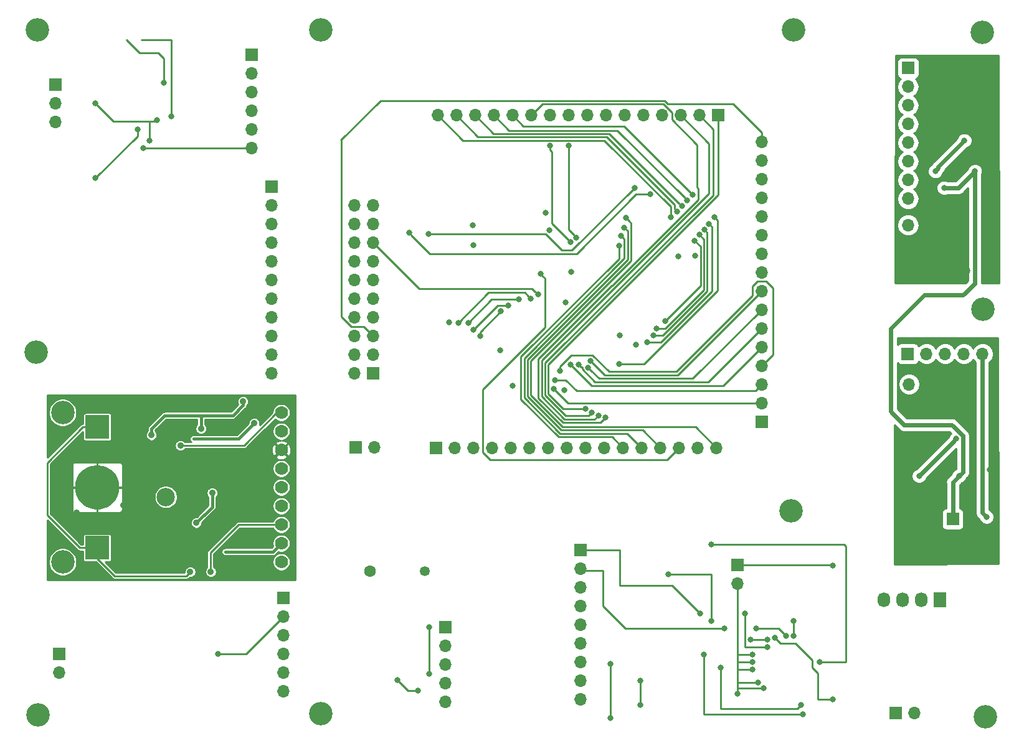
<source format=gbr>
G04 #@! TF.GenerationSoftware,KiCad,Pcbnew,5.0.1-33cea8e~68~ubuntu16.04.1*
G04 #@! TF.CreationDate,2018-10-26T03:49:13-07:00*
G04 #@! TF.ProjectId,integrated-board,696E74656772617465642D626F617264,rev?*
G04 #@! TF.SameCoordinates,Original*
G04 #@! TF.FileFunction,Copper,L4,Bot,Signal*
G04 #@! TF.FilePolarity,Positive*
%FSLAX46Y46*%
G04 Gerber Fmt 4.6, Leading zero omitted, Abs format (unit mm)*
G04 Created by KiCad (PCBNEW 5.0.1-33cea8e~68~ubuntu16.04.1) date Fri 26 Oct 2018 03:49:13 AM PDT*
%MOMM*%
%LPD*%
G01*
G04 APERTURE LIST*
G04 #@! TA.AperFunction,ComponentPad*
%ADD10R,1.730000X2.030000*%
G04 #@! TD*
G04 #@! TA.AperFunction,ComponentPad*
%ADD11O,1.730000X2.030000*%
G04 #@! TD*
G04 #@! TA.AperFunction,ComponentPad*
%ADD12C,3.200000*%
G04 #@! TD*
G04 #@! TA.AperFunction,ComponentPad*
%ADD13R,1.700000X1.700000*%
G04 #@! TD*
G04 #@! TA.AperFunction,ComponentPad*
%ADD14O,1.700000X1.700000*%
G04 #@! TD*
G04 #@! TA.AperFunction,WasherPad*
%ADD15C,1.350000*%
G04 #@! TD*
G04 #@! TA.AperFunction,WasherPad*
%ADD16C,1.600000*%
G04 #@! TD*
G04 #@! TA.AperFunction,WasherPad*
%ADD17C,2.500000*%
G04 #@! TD*
G04 #@! TA.AperFunction,SMDPad,CuDef*
%ADD18R,3.200000X3.200000*%
G04 #@! TD*
G04 #@! TA.AperFunction,Conductor*
%ADD19C,0.100000*%
G04 #@! TD*
G04 #@! TA.AperFunction,SMDPad,CuDef*
%ADD20C,6.000000*%
G04 #@! TD*
G04 #@! TA.AperFunction,ComponentPad*
%ADD21C,1.778000*%
G04 #@! TD*
G04 #@! TA.AperFunction,ViaPad*
%ADD22C,0.800000*%
G04 #@! TD*
G04 #@! TA.AperFunction,ViaPad*
%ADD23C,0.906400*%
G04 #@! TD*
G04 #@! TA.AperFunction,Conductor*
%ADD24C,0.406400*%
G04 #@! TD*
G04 #@! TA.AperFunction,Conductor*
%ADD25C,0.250000*%
G04 #@! TD*
G04 #@! TA.AperFunction,Conductor*
%ADD26C,0.600000*%
G04 #@! TD*
G04 #@! TA.AperFunction,Conductor*
%ADD27C,0.254000*%
G04 #@! TD*
G04 APERTURE END LIST*
D10*
G04 #@! TO.P,,1*
G04 #@! TO.N,/CSB*
X197904203Y-114173068D03*
D11*
G04 #@! TO.P,,2*
G04 #@! TO.N,/SDO*
X195364203Y-114173068D03*
G04 #@! TO.P,,3*
G04 #@! TO.N,/SDI*
X192824203Y-114173068D03*
G04 #@! TO.P,,4*
G04 #@! TO.N,/SCLK*
X190284203Y-114173068D03*
G04 #@! TD*
D12*
G04 #@! TO.P,U$8,P$1*
G04 #@! TO.N,N/C*
X75300000Y-129875000D03*
G04 #@! TD*
G04 #@! TO.P,U$8,P$1*
G04 #@! TO.N,N/C*
X75075000Y-80525000D03*
G04 #@! TD*
G04 #@! TO.P,U$8,P$1*
G04 #@! TO.N,N/C*
X178050000Y-36600000D03*
G04 #@! TD*
G04 #@! TO.P,U$8,P$1*
G04 #@! TO.N,N/C*
X113750000Y-36600000D03*
G04 #@! TD*
G04 #@! TO.P,U$8,P$1*
G04 #@! TO.N,N/C*
X113775000Y-129725000D03*
G04 #@! TD*
G04 #@! TO.P,U$8,P$1*
G04 #@! TO.N,N/C*
X203775000Y-74675000D03*
G04 #@! TD*
G04 #@! TO.P,U$9,P$1*
G04 #@! TO.N,N/C*
X177675000Y-102125000D03*
G04 #@! TD*
G04 #@! TO.P,U$9,P$1*
G04 #@! TO.N,N/C*
X75200000Y-36600000D03*
G04 #@! TD*
G04 #@! TO.P,U$9,P$1*
G04 #@! TO.N,N/C*
X203675000Y-36975000D03*
G04 #@! TD*
G04 #@! TO.P,U$8,P$1*
G04 #@! TO.N,N/C*
X204100000Y-130075000D03*
G04 #@! TD*
D13*
G04 #@! TO.P,J1,1*
G04 #@! TO.N,+3V3*
X120904000Y-83362800D03*
D14*
G04 #@! TO.P,J1,2*
X118364000Y-83362800D03*
G04 #@! TO.P,J1,3*
G04 #@! TO.N,PB4*
X120904000Y-80822800D03*
G04 #@! TO.P,J1,4*
G04 #@! TO.N,GND*
X118364000Y-80822800D03*
G04 #@! TO.P,J1,5*
G04 #@! TO.N,PA15*
X120904000Y-78282800D03*
G04 #@! TO.P,J1,6*
G04 #@! TO.N,GND*
X118364000Y-78282800D03*
G04 #@! TO.P,J1,7*
G04 #@! TO.N,PA13*
X120904000Y-75742800D03*
G04 #@! TO.P,J1,8*
G04 #@! TO.N,GND*
X118364000Y-75742800D03*
G04 #@! TO.P,J1,9*
G04 #@! TO.N,PA14*
X120904000Y-73202800D03*
G04 #@! TO.P,J1,10*
G04 #@! TO.N,GND*
X118364000Y-73202800D03*
G04 #@! TO.P,J1,11*
G04 #@! TO.N,Net-(10k1-Pad2)*
X120904000Y-70662800D03*
G04 #@! TO.P,J1,12*
G04 #@! TO.N,GND*
X118364000Y-70662800D03*
G04 #@! TO.P,J1,13*
G04 #@! TO.N,PB3*
X120904000Y-68122800D03*
G04 #@! TO.P,J1,14*
G04 #@! TO.N,GND*
X118364000Y-68122800D03*
G04 #@! TO.P,J1,15*
G04 #@! TO.N,RST*
X120904000Y-65582800D03*
G04 #@! TO.P,J1,16*
G04 #@! TO.N,GND*
X118364000Y-65582800D03*
G04 #@! TO.P,J1,17*
G04 #@! TO.N,Net-(10k3-Pad2)*
X120904000Y-63042800D03*
G04 #@! TO.P,J1,18*
G04 #@! TO.N,GND*
X118364000Y-63042800D03*
G04 #@! TO.P,J1,19*
G04 #@! TO.N,Net-(10k2-Pad2)*
X120904000Y-60502800D03*
G04 #@! TO.P,J1,20*
G04 #@! TO.N,GND*
X118364000Y-60502800D03*
G04 #@! TD*
D13*
G04 #@! TO.P,J3,1*
G04 #@! TO.N,PA0*
X173730920Y-89951560D03*
D14*
G04 #@! TO.P,J3,2*
G04 #@! TO.N,PA1*
X173730920Y-87411560D03*
G04 #@! TO.P,J3,3*
G04 #@! TO.N,PA2*
X173730920Y-84871560D03*
G04 #@! TO.P,J3,4*
G04 #@! TO.N,PA3*
X173730920Y-82331560D03*
G04 #@! TO.P,J3,5*
G04 #@! TO.N,PA4*
X173730920Y-79791560D03*
G04 #@! TO.P,J3,6*
G04 #@! TO.N,PA5*
X173730920Y-77251560D03*
G04 #@! TO.P,J3,7*
G04 #@! TO.N,PA6*
X173730920Y-74711560D03*
G04 #@! TO.P,J3,8*
G04 #@! TO.N,PA7*
X173730920Y-72171560D03*
G04 #@! TO.P,J3,9*
G04 #@! TO.N,PA8*
X173730920Y-69631560D03*
G04 #@! TO.P,J3,10*
G04 #@! TO.N,PA9*
X173730920Y-67091560D03*
G04 #@! TO.P,J3,11*
G04 #@! TO.N,PA10*
X173730920Y-64551560D03*
G04 #@! TO.P,J3,12*
G04 #@! TO.N,PA11*
X173730920Y-62011560D03*
G04 #@! TO.P,J3,13*
G04 #@! TO.N,PA12*
X173730920Y-59471560D03*
G04 #@! TO.P,J3,14*
G04 #@! TO.N,PA13*
X173730920Y-56931560D03*
G04 #@! TO.P,J3,15*
G04 #@! TO.N,PA14*
X173730920Y-54391560D03*
G04 #@! TO.P,J3,16*
G04 #@! TO.N,PA15*
X173730920Y-51851560D03*
G04 #@! TD*
D13*
G04 #@! TO.P,J4,1*
G04 #@! TO.N,PB0*
X167746680Y-48280320D03*
D14*
G04 #@! TO.P,J4,2*
G04 #@! TO.N,PB1*
X165206680Y-48280320D03*
G04 #@! TO.P,J4,3*
G04 #@! TO.N,PB2*
X162666680Y-48280320D03*
G04 #@! TO.P,J4,4*
G04 #@! TO.N,PB3*
X160126680Y-48280320D03*
G04 #@! TO.P,J4,5*
G04 #@! TO.N,PB4*
X157586680Y-48280320D03*
G04 #@! TO.P,J4,6*
G04 #@! TO.N,PB5*
X155046680Y-48280320D03*
G04 #@! TO.P,J4,7*
G04 #@! TO.N,PB6*
X152506680Y-48280320D03*
G04 #@! TO.P,J4,8*
G04 #@! TO.N,PB7*
X149966680Y-48280320D03*
G04 #@! TO.P,J4,9*
G04 #@! TO.N,PB8*
X147426680Y-48280320D03*
G04 #@! TO.P,J4,10*
G04 #@! TO.N,PB9*
X144886680Y-48280320D03*
G04 #@! TO.P,J4,11*
G04 #@! TO.N,PB10*
X142346680Y-48280320D03*
G04 #@! TO.P,J4,12*
G04 #@! TO.N,PB11*
X139806680Y-48280320D03*
G04 #@! TO.P,J4,13*
G04 #@! TO.N,PB12*
X137266680Y-48280320D03*
G04 #@! TO.P,J4,14*
G04 #@! TO.N,PB13*
X134726680Y-48280320D03*
G04 #@! TO.P,J4,15*
G04 #@! TO.N,PB14*
X132186680Y-48280320D03*
G04 #@! TO.P,J4,16*
G04 #@! TO.N,PB15*
X129646680Y-48280320D03*
G04 #@! TD*
D13*
G04 #@! TO.P,J5,1*
G04 #@! TO.N,PC0*
X129453640Y-93502480D03*
D14*
G04 #@! TO.P,J5,2*
G04 #@! TO.N,PC1*
X131993640Y-93502480D03*
G04 #@! TO.P,J5,3*
G04 #@! TO.N,PC2*
X134533640Y-93502480D03*
G04 #@! TO.P,J5,4*
G04 #@! TO.N,PC3*
X137073640Y-93502480D03*
G04 #@! TO.P,J5,5*
G04 #@! TO.N,PC4*
X139613640Y-93502480D03*
G04 #@! TO.P,J5,6*
G04 #@! TO.N,PC5*
X142153640Y-93502480D03*
G04 #@! TO.P,J5,7*
G04 #@! TO.N,PC6*
X144693640Y-93502480D03*
G04 #@! TO.P,J5,8*
G04 #@! TO.N,PC7*
X147233640Y-93502480D03*
G04 #@! TO.P,J5,9*
G04 #@! TO.N,PC8*
X149773640Y-93502480D03*
G04 #@! TO.P,J5,10*
G04 #@! TO.N,PC9*
X152313640Y-93502480D03*
G04 #@! TO.P,J5,11*
G04 #@! TO.N,PC10*
X154853640Y-93502480D03*
G04 #@! TO.P,J5,12*
G04 #@! TO.N,PC11*
X157393640Y-93502480D03*
G04 #@! TO.P,J5,13*
G04 #@! TO.N,PC12*
X159933640Y-93502480D03*
G04 #@! TO.P,J5,14*
G04 #@! TO.N,PC13*
X162473640Y-93502480D03*
G04 #@! TO.P,J5,15*
G04 #@! TO.N,Net-(J5-Pad15)*
X165013640Y-93502480D03*
G04 #@! TO.P,J5,16*
G04 #@! TO.N,PD2*
X167553640Y-93502480D03*
G04 #@! TD*
D13*
G04 #@! TO.P,J6,1*
G04 #@! TO.N,GND*
X118465600Y-93487240D03*
D14*
G04 #@! TO.P,J6,2*
G04 #@! TO.N,+3V3*
X121005600Y-93487240D03*
G04 #@! TD*
D13*
G04 #@! TO.P,J9,1*
G04 #@! TO.N,Net-(J2-Pad1)*
X107071480Y-57969400D03*
D14*
G04 #@! TO.P,J9,2*
G04 #@! TO.N,Net-(J2-Pad2)*
X107071480Y-60509400D03*
G04 #@! TO.P,J9,3*
G04 #@! TO.N,Net-(J2-Pad3)*
X107071480Y-63049400D03*
G04 #@! TO.P,J9,4*
G04 #@! TO.N,Net-(J2-Pad4)*
X107071480Y-65589400D03*
G04 #@! TO.P,J9,5*
G04 #@! TO.N,Net-(J2-Pad5)*
X107071480Y-68129400D03*
G04 #@! TO.P,J9,6*
G04 #@! TO.N,Net-(J2-Pad6)*
X107071480Y-70669400D03*
G04 #@! TO.P,J9,7*
G04 #@! TO.N,Net-(J2-Pad7)*
X107071480Y-73209400D03*
G04 #@! TO.P,J9,8*
G04 #@! TO.N,Net-(J2-Pad8)*
X107071480Y-75749400D03*
G04 #@! TO.P,J9,9*
G04 #@! TO.N,Net-(J2-Pad10)*
X107071480Y-78289400D03*
G04 #@! TO.P,J9,10*
G04 #@! TO.N,Net-(J2-Pad9)*
X107071480Y-80829400D03*
G04 #@! TO.P,J9,11*
G04 #@! TO.N,Net-(J2-Pad11)*
X107071480Y-83369400D03*
G04 #@! TD*
D13*
G04 #@! TO.P,J10,1*
G04 #@! TO.N,Net-(C16-Pad2)*
X193722020Y-87402940D03*
D14*
G04 #@! TO.P,J10,2*
G04 #@! TO.N,Net-(C21-Pad1)*
X193722020Y-84862940D03*
G04 #@! TD*
D13*
G04 #@! TO.P,J7,1*
G04 #@! TO.N,Net-(C16-Pad1)*
X199663080Y-103216980D03*
D14*
G04 #@! TO.P,J7,2*
G04 #@! TO.N,Net-(C16-Pad2)*
X197123080Y-103216980D03*
G04 #@! TD*
D13*
G04 #@! TO.P,J8,1*
G04 #@! TO.N,Net-(C16-Pad2)*
X193600000Y-65750000D03*
D14*
G04 #@! TO.P,J8,2*
G04 #@! TO.N,Net-(C18-Pad1)*
X193600000Y-63210000D03*
G04 #@! TD*
D13*
G04 #@! TO.P,J13,1*
G04 #@! TO.N,Net-(C16-Pad2)*
X193600000Y-69400000D03*
D14*
G04 #@! TO.P,J13,2*
X196140000Y-69400000D03*
G04 #@! TO.P,J13,3*
X198680000Y-69400000D03*
G04 #@! TO.P,J13,4*
X201220000Y-69400000D03*
G04 #@! TD*
D13*
G04 #@! TO.P,J14,1*
G04 #@! TO.N,Net-(C21-Pad1)*
X193549300Y-80727820D03*
D14*
G04 #@! TO.P,J14,2*
X196089300Y-80727820D03*
G04 #@! TO.P,J14,3*
X198629300Y-80727820D03*
G04 #@! TO.P,J14,4*
X201169300Y-80727820D03*
G04 #@! TO.P,J14,5*
X203709300Y-80727820D03*
G04 #@! TD*
D13*
G04 #@! TO.P,J12,1*
G04 #@! TO.N,Net-(C16-Pad2)*
X193475640Y-101207840D03*
D14*
G04 #@! TO.P,J12,2*
X193475640Y-103747840D03*
G04 #@! TO.P,J12,3*
X193475640Y-106287840D03*
G04 #@! TD*
D13*
G04 #@! TO.P,J15,1*
G04 #@! TO.N,Net-(C18-Pad1)*
X193600000Y-41840000D03*
D14*
G04 #@! TO.P,J15,2*
X193600000Y-44380000D03*
G04 #@! TO.P,J15,3*
X193600000Y-46920000D03*
G04 #@! TO.P,J15,4*
X193600000Y-49460000D03*
G04 #@! TO.P,J15,5*
X193600000Y-52000000D03*
G04 #@! TO.P,J15,6*
X193600000Y-54540000D03*
G04 #@! TO.P,J15,7*
X193600000Y-57080000D03*
G04 #@! TO.P,J15,8*
X193600000Y-59620000D03*
G04 #@! TD*
D13*
G04 #@! TO.P,,1*
G04 #@! TO.N,+3V3*
X191944203Y-129573068D03*
D14*
G04 #@! TO.P,,2*
G04 #@! TO.N,GND*
X194484203Y-129573068D03*
G04 #@! TD*
G04 #@! TO.P,JP2,5*
G04 #@! TO.N,GND*
X130725080Y-128054560D03*
G04 #@! TO.P,JP2,4*
G04 #@! TO.N,VCC*
X130725080Y-125514560D03*
G04 #@! TO.P,JP2,3*
G04 #@! TO.N,/SDA*
X130725080Y-122974560D03*
G04 #@! TO.P,JP2,2*
G04 #@! TO.N,/SCL*
X130725080Y-120434560D03*
D13*
G04 #@! TO.P,JP2,1*
G04 #@! TO.N,/SQW*
X130725080Y-117894560D03*
G04 #@! TD*
D15*
G04 #@! TO.P,B1,*
G04 #@! TO.N,*
X127875080Y-110274560D03*
D16*
X120425080Y-110274560D03*
G04 #@! TD*
D13*
G04 #@! TO.P,J2,1*
G04 #@! TO.N,Net-(C1-Pad2)*
X170408300Y-109474160D03*
D14*
G04 #@! TO.P,J2,2*
G04 #@! TO.N,Net-(C1-Pad1)*
X170408300Y-112014160D03*
G04 #@! TD*
D13*
G04 #@! TO.P,J1,1*
G04 #@! TO.N,Net-(J1-Pad1)*
X149073301Y-107439161D03*
D14*
G04 #@! TO.P,J1,2*
G04 #@! TO.N,Net-(J1-Pad2)*
X149073301Y-109979161D03*
G04 #@! TO.P,J1,3*
G04 #@! TO.N,Net-(D2-Pad1)*
X149073301Y-112519161D03*
G04 #@! TO.P,J1,4*
G04 #@! TO.N,Net-(D1-Pad1)*
X149073301Y-115059161D03*
G04 #@! TO.P,J1,5*
G04 #@! TO.N,Net-(J1-Pad5)*
X149073301Y-117599161D03*
G04 #@! TO.P,J1,6*
G04 #@! TO.N,Net-(J1-Pad6)*
X149073301Y-120139161D03*
G04 #@! TO.P,J1,7*
G04 #@! TO.N,Net-(J1-Pad7)*
X149073301Y-122679161D03*
G04 #@! TO.P,J1,8*
G04 #@! TO.N,Net-(J1-Pad8)*
X149073301Y-125219161D03*
G04 #@! TO.P,J1,9*
G04 #@! TO.N,Net-(J1-Pad9)*
X149073301Y-127759161D03*
G04 #@! TD*
D13*
G04 #@! TO.P,J1,1*
G04 #@! TO.N,Net-(J1-Pad1)*
X78182480Y-121554880D03*
D14*
G04 #@! TO.P,J1,2*
G04 #@! TO.N,Net-(J1-Pad2)*
X78182480Y-124094880D03*
G04 #@! TD*
D13*
G04 #@! TO.P,J2,1*
G04 #@! TO.N,+5V*
X108662480Y-113934880D03*
D14*
G04 #@! TO.P,J2,2*
G04 #@! TO.N,Net-(C2-Pad2)*
X108662480Y-116474880D03*
G04 #@! TO.P,J2,3*
G04 #@! TO.N,GND*
X108662480Y-119014880D03*
G04 #@! TO.P,J2,4*
G04 #@! TO.N,Net-(J2-Pad4)*
X108662480Y-121554880D03*
G04 #@! TO.P,J2,5*
G04 #@! TO.N,Net-(D2-Pad1)*
X108662480Y-124094880D03*
G04 #@! TO.P,J2,6*
G04 #@! TO.N,Net-(D1-Pad1)*
X108662480Y-126634880D03*
G04 #@! TD*
D17*
G04 #@! TO.N,*
G04 #@! TO.C,U1*
X92706259Y-100201092D03*
G04 #@! TD*
D12*
G04 #@! TO.P,U$8,P$1*
G04 #@! TO.N,N/C*
X78682259Y-109053092D03*
G04 #@! TD*
G04 #@! TO.P,U$9,P$1*
G04 #@! TO.N,N/C*
X78682259Y-88733092D03*
G04 #@! TD*
D18*
G04 #@! TO.P,B1,+$2*
G04 #@! TO.N,Net-(B1-Pad+$1)*
X83381259Y-107118492D03*
G04 #@! TO.P,B1,+$1*
X83381259Y-90667692D03*
D19*
G04 #@! TD*
G04 #@! TO.N,GND*
G04 #@! TO.C,B1*
G36*
X83675311Y-95907537D02*
X83966531Y-95950735D01*
X84252114Y-96022270D01*
X84529310Y-96121452D01*
X84795450Y-96247327D01*
X85047971Y-96398682D01*
X85284440Y-96574060D01*
X85502580Y-96771771D01*
X85700291Y-96989911D01*
X85875669Y-97226380D01*
X86027024Y-97478901D01*
X86152899Y-97745041D01*
X86252081Y-98022237D01*
X86323616Y-98307820D01*
X86366814Y-98599040D01*
X86381260Y-98893091D01*
X86381260Y-98893093D01*
X86366814Y-99187144D01*
X86323616Y-99478364D01*
X86252081Y-99763947D01*
X86152899Y-100041143D01*
X86027024Y-100307283D01*
X85875669Y-100559804D01*
X85700291Y-100796273D01*
X85502580Y-101014413D01*
X85284440Y-101212124D01*
X85047971Y-101387502D01*
X84795450Y-101538857D01*
X84529310Y-101664732D01*
X84252114Y-101763914D01*
X83966531Y-101835449D01*
X83675311Y-101878647D01*
X83381260Y-101893093D01*
X83381258Y-101893093D01*
X83087207Y-101878647D01*
X82795987Y-101835449D01*
X82510404Y-101763914D01*
X82233208Y-101664732D01*
X81967068Y-101538857D01*
X81714547Y-101387502D01*
X81478078Y-101212124D01*
X81259938Y-101014413D01*
X81062227Y-100796273D01*
X80886849Y-100559804D01*
X80735494Y-100307283D01*
X80609619Y-100041143D01*
X80510437Y-99763947D01*
X80438902Y-99478364D01*
X80395704Y-99187144D01*
X80381258Y-98893093D01*
X80381258Y-98893091D01*
X80395704Y-98599040D01*
X80438902Y-98307820D01*
X80510437Y-98022237D01*
X80609619Y-97745041D01*
X80735494Y-97478901D01*
X80886849Y-97226380D01*
X81062227Y-96989911D01*
X81259938Y-96771771D01*
X81478078Y-96574060D01*
X81714547Y-96398682D01*
X81967068Y-96247327D01*
X82233208Y-96121452D01*
X82510404Y-96022270D01*
X82795987Y-95950735D01*
X83087207Y-95907537D01*
X83381258Y-95893091D01*
X83381260Y-95893091D01*
X83675311Y-95907537D01*
X83675311Y-95907537D01*
G37*
D20*
G04 #@! TO.P,B1,-*
G04 #@! TO.N,GND*
X83381259Y-98893092D03*
G04 #@! TD*
D21*
G04 #@! TO.P,JP1,9*
G04 #@! TO.N,3.3V*
X108400259Y-109053092D03*
G04 #@! TO.P,JP1,8*
G04 #@! TO.N,/ENABLE*
X108400259Y-106513092D03*
G04 #@! TO.P,JP1,7*
G04 #@! TO.N,/VBACKUP*
X108400259Y-103973092D03*
G04 #@! TO.P,JP1,6*
G04 #@! TO.N,/FIX*
X108400259Y-101433092D03*
G04 #@! TO.P,JP1,5*
G04 #@! TO.N,/TX*
X108400259Y-98893092D03*
G04 #@! TO.P,JP1,4*
G04 #@! TO.N,/RX*
X108400259Y-96353092D03*
G04 #@! TO.P,JP1,3*
G04 #@! TO.N,GND*
X108400259Y-93813092D03*
G04 #@! TO.P,JP1,2*
G04 #@! TO.N,VIN*
X108400259Y-91273092D03*
G04 #@! TO.P,JP1,1*
G04 #@! TO.N,/1PPS*
X108400259Y-88733092D03*
G04 #@! TD*
D13*
G04 #@! TO.P,J1,1*
G04 #@! TO.N,GND*
X77691000Y-44093000D03*
D14*
G04 #@! TO.P,J1,2*
G04 #@! TO.N,VDD*
X77691000Y-46633000D03*
G04 #@! TO.P,J1,3*
G04 #@! TO.N,VDDIO*
X77691000Y-49173000D03*
G04 #@! TD*
D13*
G04 #@! TO.P,J2,1*
G04 #@! TO.N,INT*
X104361000Y-40029000D03*
D14*
G04 #@! TO.P,J2,2*
G04 #@! TO.N,FSYNC*
X104361000Y-42569000D03*
G04 #@! TO.P,J2,3*
G04 #@! TO.N,nCS*
X104361000Y-45109000D03*
G04 #@! TO.P,J2,4*
G04 #@! TO.N,SCL*
X104361000Y-47649000D03*
G04 #@! TO.P,J2,5*
G04 #@! TO.N,SDA*
X104361000Y-50189000D03*
G04 #@! TO.P,J2,6*
G04 #@! TO.N,AD0*
X104361000Y-52729000D03*
G04 #@! TD*
D22*
G04 #@! TO.N,GND*
X134457440Y-63230760D03*
X147838160Y-69545200D03*
X144350000Y-61550000D03*
X154365960Y-78186280D03*
D23*
X97605259Y-87209092D03*
X99129259Y-95972092D03*
X103193259Y-106005092D03*
X86810259Y-104735092D03*
X94811259Y-109434092D03*
X87572259Y-106640092D03*
X89715259Y-105354092D03*
X90366259Y-101560092D03*
X93414259Y-102576092D03*
X92668259Y-95575092D03*
X91017259Y-97861092D03*
X93795259Y-97623092D03*
X86937259Y-101322092D03*
X87191259Y-96861092D03*
X88715259Y-94575092D03*
X88350259Y-99528092D03*
X88715259Y-103322092D03*
X91509259Y-103989092D03*
X95954259Y-106894092D03*
X94208259Y-105116092D03*
X95319259Y-103465092D03*
X99002259Y-98004092D03*
X99129259Y-94194092D03*
X86746759Y-93622592D03*
X81984259Y-95210092D03*
X83254259Y-94130592D03*
X79444259Y-94067092D03*
X83000259Y-104735092D03*
X80587259Y-102322092D03*
X81222259Y-104608092D03*
X79317259Y-97115092D03*
X78428259Y-99972592D03*
X80460259Y-95210092D03*
X81095259Y-89876092D03*
X85794259Y-91146092D03*
X96208259Y-94956092D03*
X96462259Y-100417092D03*
X96335259Y-97877092D03*
X91382259Y-107148092D03*
X97732259Y-108037092D03*
D22*
X92423000Y-43839000D03*
X131200000Y-76475000D03*
X134475000Y-65975000D03*
X146875041Y-85650000D03*
X147050000Y-73725000D03*
X164629588Y-67336912D03*
G04 #@! TO.N,+3V3*
X156632457Y-79510470D03*
X162366960Y-67437000D03*
X144839070Y-63938473D03*
X138125000Y-80225000D03*
X139875000Y-85100002D03*
G04 #@! TO.N,RST*
X143300000Y-72650000D03*
G04 #@! TO.N,PB4*
X156403040Y-58130440D03*
X128400000Y-64425000D03*
G04 #@! TO.N,PB3*
X158575000Y-59025000D03*
X125750000Y-64250000D03*
G04 #@! TO.N,PA1*
X145425030Y-85499992D03*
G04 #@! TO.N,PA2*
X145625000Y-84275000D03*
G04 #@! TO.N,PA3*
X146250000Y-83000000D03*
G04 #@! TO.N,PA4*
X147725000Y-82225000D03*
G04 #@! TO.N,PA5*
X148850000Y-82200000D03*
G04 #@! TO.N,PA6*
X150114902Y-82613205D03*
G04 #@! TO.N,PA7*
X150385423Y-81650478D03*
G04 #@! TO.N,PB0*
X149734420Y-88202621D03*
G04 #@! TO.N,PB1*
X150580139Y-88736271D03*
G04 #@! TO.N,PB2*
X151506981Y-89111755D03*
G04 #@! TO.N,PB8*
X147447000Y-52397873D03*
X148515785Y-64906885D03*
G04 #@! TO.N,PB9*
X144912080Y-52397873D03*
X147725000Y-65525000D03*
G04 #@! TO.N,PB10*
X152459191Y-89417239D03*
G04 #@! TO.N,PB12*
X163569749Y-59832996D03*
X166525298Y-63030878D03*
X158139973Y-79178534D03*
G04 #@! TO.N,PB13*
X162836840Y-60633759D03*
X165894463Y-63806811D03*
X159007617Y-78234503D03*
G04 #@! TO.N,PB14*
X162151142Y-61361661D03*
X165201426Y-64536167D03*
X159411278Y-77319581D03*
G04 #@! TO.N,PB15*
X161325000Y-62150000D03*
X164559018Y-65302546D03*
X160554053Y-76286989D03*
G04 #@! TO.N,PC0*
X132449998Y-76500000D03*
X142300018Y-73175018D03*
G04 #@! TO.N,PC1*
X133800000Y-76500000D03*
X140675002Y-73325000D03*
G04 #@! TO.N,PC2*
X139225000Y-74150000D03*
X134533640Y-77425000D03*
G04 #@! TO.N,PC3*
X138250000Y-74900000D03*
X135400000Y-78299998D03*
G04 #@! TO.N,PC10*
X154309641Y-65990678D03*
G04 #@! TO.N,PC11*
X154575000Y-64700000D03*
G04 #@! TO.N,PC12*
X154998392Y-63526928D03*
G04 #@! TO.N,PC13*
X143609529Y-69843378D03*
G04 #@! TO.N,PD2*
X155250000Y-62250000D03*
G04 #@! TO.N,PB11*
X154340560Y-82077560D03*
X164275000Y-59049996D03*
X167275000Y-62150000D03*
G04 #@! TO.N,Net-(C16-Pad1)*
X200531760Y-97324180D03*
X202675000Y-55875000D03*
X198475000Y-58125000D03*
G04 #@! TO.N,Net-(C16-Pad2)*
X204674500Y-96460580D03*
X204771020Y-106597720D03*
X193036220Y-94614000D03*
X199007760Y-83610720D03*
X199925000Y-42700000D03*
X197400000Y-53775000D03*
X205200000Y-68125000D03*
X205175000Y-55525000D03*
G04 #@! TO.N,Net-(C17-Pad1)*
X197300000Y-55875000D03*
X201250000Y-51700000D03*
G04 #@! TO.N,Net-(C20-Pad1)*
X195091080Y-97352120D03*
X200145680Y-92287360D03*
G04 #@! TO.N,Net-(C21-Pad1)*
X204275000Y-102925000D03*
G04 #@! TO.N,Net-(C1-Pad1)*
X128505080Y-117944560D03*
X128505080Y-124294560D03*
X173202300Y-125476160D03*
X172440300Y-123698160D03*
X172440300Y-122682160D03*
X172440300Y-121666160D03*
X170408300Y-127000160D03*
X173964286Y-126238160D03*
G04 #@! TO.N,VCC*
X124205080Y-125109570D03*
X126955080Y-126544560D03*
G04 #@! TO.N,Net-(D1-Pad2)*
X166852300Y-106680160D03*
X181584300Y-122682160D03*
G04 #@! TO.N,Net-(D2-Pad2)*
X161010300Y-110744160D03*
X166852300Y-117094160D03*
X178028300Y-119126160D03*
X178028300Y-117094160D03*
G04 #@! TO.N,Net-(J1-Pad1)*
X165328300Y-116078160D03*
X174472300Y-120650160D03*
X171424300Y-116078160D03*
G04 #@! TO.N,Net-(J1-Pad2)*
X172948300Y-118110160D03*
X177012300Y-119126160D03*
X168630300Y-118110160D03*
G04 #@! TO.N,Net-(J1-Pad5)*
X179298300Y-129794160D03*
X165836300Y-121666160D03*
G04 #@! TO.N,Net-(J1-Pad6)*
X179044300Y-128524160D03*
X168122300Y-123444160D03*
G04 #@! TO.N,Net-(J1-Pad7)*
X153136300Y-122936160D03*
X153136300Y-130302160D03*
G04 #@! TO.N,Net-(J1-Pad8)*
X157200300Y-125222160D03*
X157200300Y-128524160D03*
G04 #@! TO.N,Net-(R2-Pad2)*
X183339300Y-127739160D03*
X175488300Y-119380160D03*
G04 #@! TO.N,Net-(R3-Pad2)*
X174472300Y-119634160D03*
X172186300Y-119634160D03*
G04 #@! TO.N,Net-(C1-Pad2)*
X183339300Y-109497160D03*
X88867000Y-50189000D03*
X83152000Y-56793000D03*
G04 #@! TO.N,Net-(C2-Pad2)*
X99772480Y-121554880D03*
D23*
G04 #@! TO.N,3.3V*
X103193259Y-87209092D03*
X90747259Y-91781092D03*
X97478259Y-90892092D03*
G04 #@! TO.N,VIN*
X104717259Y-90130092D03*
G04 #@! TO.N,/1PPS*
X94684259Y-93178092D03*
G04 #@! TO.N,/FIX*
X99002259Y-99655092D03*
X96843259Y-103719092D03*
G04 #@! TO.N,/VBACKUP*
X98811759Y-110386592D03*
G04 #@! TO.N,Net-(B1-Pad+$1)*
X96017759Y-110386592D03*
D22*
G04 #@! TO.N,VDD*
X93439000Y-48411000D03*
X91534000Y-48919000D03*
X90518000Y-51713000D03*
X83152000Y-46633000D03*
G04 #@! TO.N,AD0*
X89629000Y-52729000D03*
G04 #@! TD*
D24*
G04 #@! TO.N,GND*
X83254259Y-87590092D02*
X83127259Y-87590092D01*
X97605259Y-87209092D02*
X97605259Y-87082092D01*
X99129259Y-95972092D02*
X98875259Y-96226092D01*
X103193259Y-106005092D02*
X103447259Y-106005092D01*
D25*
X89121000Y-39775000D02*
X87343000Y-37997000D01*
X91661000Y-39775000D02*
X89121000Y-39775000D01*
X92423000Y-40537000D02*
X91661000Y-39775000D01*
X92423000Y-43839000D02*
X92423000Y-40537000D01*
G04 #@! TO.N,RST*
X142900001Y-72250001D02*
X143300000Y-72650000D01*
X120904000Y-65582800D02*
X127168961Y-71847761D01*
X127168961Y-71847761D02*
X142497761Y-71847761D01*
X142497761Y-71847761D02*
X142900001Y-72250001D01*
G04 #@! TO.N,PB4*
X147885227Y-66648253D02*
X146523530Y-66648253D01*
X156403040Y-58130440D02*
X147885227Y-66648253D01*
X144300277Y-64425000D02*
X128965685Y-64425000D01*
X128965685Y-64425000D02*
X128400000Y-64425000D01*
X146523530Y-66648253D02*
X144300277Y-64425000D01*
G04 #@! TO.N,PA15*
X173730920Y-51851560D02*
X173730920Y-50649479D01*
X116489480Y-51643280D02*
X116525040Y-51678840D01*
X173730920Y-50649479D02*
X169797121Y-46715680D01*
X169797121Y-46715680D02*
X160937452Y-46715680D01*
X160492522Y-46270750D02*
X121862010Y-46270750D01*
X160937452Y-46715680D02*
X160492522Y-46270750D01*
X121862010Y-46270750D02*
X116489480Y-51643280D01*
X116525040Y-51678840D02*
X116525040Y-75642842D01*
X116525040Y-75642842D02*
X117880594Y-76998396D01*
X117880594Y-76998396D02*
X119619596Y-76998396D01*
X119619596Y-76998396D02*
X120054001Y-77432801D01*
X120054001Y-77432801D02*
X120904000Y-78282800D01*
G04 #@! TO.N,PB3*
X128599435Y-67099435D02*
X126149999Y-64649999D01*
X156599493Y-59025000D02*
X148525058Y-67099435D01*
X126149999Y-64649999D02*
X125750000Y-64250000D01*
X148525058Y-67099435D02*
X128599435Y-67099435D01*
X158575000Y-59025000D02*
X156599493Y-59025000D01*
G04 #@! TO.N,PA1*
X173730920Y-87411560D02*
X147336598Y-87411560D01*
X147336598Y-87411560D02*
X145825029Y-85899991D01*
X145825029Y-85899991D02*
X145425030Y-85499992D01*
G04 #@! TO.N,PA2*
X172880921Y-85721559D02*
X148519561Y-85721559D01*
X173730920Y-84871560D02*
X172880921Y-85721559D01*
X146190685Y-84275000D02*
X145625000Y-84275000D01*
X148519561Y-85721559D02*
X147073002Y-84275000D01*
X147073002Y-84275000D02*
X146190685Y-84275000D01*
G04 #@! TO.N,PA3*
X162108294Y-83154106D02*
X152948795Y-83154106D01*
X175247898Y-71793698D02*
X174325280Y-70871080D01*
X173112273Y-70871080D02*
X172421675Y-71561678D01*
X150677210Y-80882521D02*
X147801794Y-80882521D01*
X174325280Y-70871080D02*
X173112273Y-70871080D01*
X146250000Y-82434315D02*
X146250000Y-83000000D01*
X172421675Y-71561678D02*
X172421675Y-72806162D01*
X173730920Y-82331560D02*
X175247898Y-80814582D01*
X164327900Y-80899937D02*
X164327900Y-80934500D01*
X172421675Y-72806162D02*
X164327900Y-80899937D01*
X175247898Y-80814582D02*
X175247898Y-71793698D01*
X147801794Y-80882521D02*
X146250000Y-82434315D01*
X152948795Y-83154106D02*
X150677210Y-80882521D01*
X164327900Y-80934500D02*
X162108294Y-83154106D01*
G04 #@! TO.N,PA4*
X150572765Y-85072765D02*
X147725000Y-82225000D01*
X168449715Y-85072765D02*
X150572765Y-85072765D01*
X173730920Y-79791560D02*
X168449715Y-85072765D01*
G04 #@! TO.N,PA5*
X149280703Y-82818244D02*
X149280703Y-82542713D01*
X151045674Y-84583215D02*
X149280703Y-82818244D01*
X173730920Y-77251560D02*
X166399265Y-84583215D01*
X166399265Y-84583215D02*
X151045674Y-84583215D01*
X149192713Y-82542713D02*
X148850000Y-82200000D01*
X149280703Y-82542713D02*
X149192713Y-82542713D01*
G04 #@! TO.N,PA6*
X150514901Y-83013204D02*
X150114902Y-82613205D01*
X173730920Y-74711560D02*
X164348815Y-84093665D01*
X150514901Y-83014901D02*
X150514901Y-83013204D01*
X164348815Y-84093665D02*
X151593665Y-84093665D01*
X151593665Y-84093665D02*
X150514901Y-83014901D01*
G04 #@! TO.N,PA7*
X150785422Y-82050477D02*
X150385423Y-81650478D01*
X173730920Y-72171560D02*
X162298364Y-83604116D01*
X162298364Y-83604116D02*
X152354116Y-83604116D01*
X152354116Y-83604116D02*
X150800477Y-82050477D01*
X150800477Y-82050477D02*
X150785422Y-82050477D01*
G04 #@! TO.N,PB0*
X144700000Y-82150000D02*
X144700000Y-86175000D01*
X167746680Y-59103320D02*
X144700000Y-82150000D01*
X144700000Y-86175000D02*
X146727621Y-88202621D01*
X146727621Y-88202621D02*
X149168735Y-88202621D01*
X149168735Y-88202621D02*
X149734420Y-88202621D01*
X167746680Y-48280320D02*
X167746680Y-59103320D01*
G04 #@! TO.N,PB1*
X144249989Y-81963600D02*
X144249989Y-86361400D01*
X167089028Y-59124562D02*
X144249989Y-81963600D01*
X144249989Y-86361400D02*
X147024859Y-89136270D01*
X147024859Y-89136270D02*
X150180140Y-89136270D01*
X167089028Y-50162668D02*
X167089028Y-59124562D01*
X165206680Y-48280320D02*
X167089028Y-50162668D01*
X150180140Y-89136270D02*
X150580139Y-88736271D01*
G04 #@! TO.N,PB2*
X143799978Y-86547800D02*
X146877190Y-89625012D01*
X143799978Y-81624698D02*
X143799978Y-86547800D01*
X151106982Y-89511754D02*
X151506981Y-89111755D01*
X150993724Y-89625012D02*
X151106982Y-89511754D01*
X146877190Y-89625012D02*
X150993724Y-89625012D01*
X162666680Y-48280320D02*
X166551494Y-52165134D01*
X166551494Y-52165134D02*
X166551494Y-58873182D01*
X166551494Y-58873182D02*
X143799978Y-81624698D01*
G04 #@! TO.N,PB8*
X147447000Y-52397873D02*
X147447000Y-63838100D01*
X147447000Y-63838100D02*
X148115786Y-64506886D01*
X148115786Y-64506886D02*
X148515785Y-64906885D01*
G04 #@! TO.N,PB9*
X147325001Y-65125001D02*
X147725000Y-65525000D01*
X144912080Y-52397873D02*
X144912080Y-52963558D01*
X144912080Y-52963558D02*
X145212079Y-53263557D01*
X145212079Y-63012079D02*
X147325001Y-65125001D01*
X145212079Y-53263557D02*
X145212079Y-63012079D01*
G04 #@! TO.N,PB10*
X143349967Y-81391112D02*
X143349967Y-86734200D01*
X142346680Y-48280320D02*
X143906240Y-46720760D01*
X161491679Y-47906317D02*
X161491679Y-48844321D01*
X165050002Y-59738264D02*
X153373543Y-71414723D01*
X153373543Y-71414723D02*
X153326356Y-71414723D01*
X161491679Y-48844321D02*
X164916620Y-52269262D01*
X164916620Y-52269262D02*
X164916620Y-58089415D01*
X153326356Y-71414723D02*
X143349967Y-81391112D01*
X146690790Y-90075023D02*
X151801407Y-90075023D01*
X164916620Y-58089415D02*
X165050002Y-58222797D01*
X152059192Y-89817238D02*
X152459191Y-89417239D01*
X143906240Y-46720760D02*
X160306122Y-46720760D01*
X160306122Y-46720760D02*
X161491679Y-47906317D01*
X151801407Y-90075023D02*
X152059192Y-89817238D01*
X143349967Y-86734200D02*
X146690790Y-90075023D01*
X165050002Y-58222797D02*
X165050002Y-59738264D01*
G04 #@! TO.N,PB12*
X154059583Y-50322830D02*
X163169750Y-59432997D01*
X139309190Y-50322830D02*
X154059583Y-50322830D01*
X137266680Y-48280320D02*
X139309190Y-50322830D01*
X163169750Y-59432997D02*
X163569749Y-59832996D01*
X159960648Y-79178534D02*
X158705658Y-79178534D01*
X166925297Y-72213885D02*
X159960648Y-79178534D01*
X166525298Y-63030878D02*
X166925297Y-63430877D01*
X166925297Y-63430877D02*
X166925297Y-72213885D01*
X158705658Y-79178534D02*
X158139973Y-79178534D01*
G04 #@! TO.N,PB13*
X137219201Y-50772841D02*
X152975922Y-50772841D01*
X152975922Y-50772841D02*
X162436841Y-60233760D01*
X134726680Y-48280320D02*
X137219201Y-50772841D01*
X162436841Y-60233760D02*
X162836840Y-60633759D01*
X160268269Y-78234503D02*
X159573302Y-78234503D01*
X166294462Y-72208310D02*
X160268269Y-78234503D01*
X166294462Y-64206810D02*
X166294462Y-72208310D01*
X165894463Y-63806811D02*
X166294462Y-64206810D01*
X159573302Y-78234503D02*
X159007617Y-78234503D01*
G04 #@! TO.N,PB14*
X152647116Y-51222852D02*
X161819370Y-60395106D01*
X135129212Y-51222852D02*
X152647116Y-51222852D01*
X161819370Y-60395106D02*
X161819370Y-61029889D01*
X132186680Y-48280320D02*
X135129212Y-51222852D01*
X161819370Y-61029889D02*
X162151142Y-61361661D01*
X159976963Y-77319581D02*
X159411278Y-77319581D01*
X165824999Y-72041363D02*
X160546781Y-77319581D01*
X165824999Y-65159740D02*
X165824999Y-72041363D01*
X165201426Y-64536167D02*
X165824999Y-65159740D01*
X160546781Y-77319581D02*
X159976963Y-77319581D01*
G04 #@! TO.N,PB15*
X161325000Y-61725736D02*
X161325000Y-62150000D01*
X161325000Y-60700740D02*
X161325000Y-61725736D01*
X152297123Y-51672863D02*
X161325000Y-60700740D01*
X133039223Y-51672863D02*
X152297123Y-51672863D01*
X129646680Y-48280320D02*
X133039223Y-51672863D01*
X165374999Y-71466043D02*
X160954052Y-75886990D01*
X160954052Y-75886990D02*
X160554053Y-76286989D01*
X165374999Y-66118527D02*
X165374999Y-71466043D01*
X164559018Y-65302546D02*
X165374999Y-66118527D01*
G04 #@! TO.N,PC0*
X141900019Y-72775019D02*
X142300018Y-73175018D01*
X136574983Y-72375015D02*
X141500015Y-72375015D01*
X132449998Y-76500000D02*
X136574983Y-72375015D01*
X141500015Y-72375015D02*
X141900019Y-72775019D01*
G04 #@! TO.N,PC1*
X136975000Y-73325000D02*
X140109317Y-73325000D01*
X140109317Y-73325000D02*
X140675002Y-73325000D01*
X133800000Y-76500000D02*
X136975000Y-73325000D01*
G04 #@! TO.N,PC2*
X139225000Y-74150000D02*
X137808640Y-74150000D01*
X134933639Y-77025001D02*
X134533640Y-77425000D01*
X137808640Y-74150000D02*
X134933639Y-77025001D01*
G04 #@! TO.N,PC3*
X138250000Y-74900000D02*
X135400000Y-77750000D01*
X135400000Y-77750000D02*
X135400000Y-78299998D01*
G04 #@! TO.N,PC10*
X154309641Y-67782876D02*
X154309641Y-66556363D01*
X154309641Y-66556363D02*
X154309641Y-65990678D01*
X140974967Y-81117550D02*
X154309641Y-67782876D01*
X153355043Y-92003883D02*
X146074006Y-92003883D01*
X146074006Y-92003883D02*
X140974967Y-86904844D01*
X154853640Y-93502480D02*
X153355043Y-92003883D01*
X140974967Y-86904844D02*
X140974967Y-81117550D01*
G04 #@! TO.N,PC11*
X154974999Y-65520134D02*
X155025743Y-65570878D01*
X154974999Y-65099999D02*
X154974999Y-65520134D01*
X154575000Y-64700000D02*
X154974999Y-65099999D01*
X155025743Y-65570878D02*
X155025742Y-65690220D01*
X155445032Y-91553872D02*
X146260406Y-91553872D01*
X141424978Y-86718444D02*
X141424978Y-81303950D01*
X157393640Y-93502480D02*
X155445032Y-91553872D01*
X146260406Y-91553872D02*
X141424978Y-86718444D01*
X141424978Y-81303950D02*
X155034642Y-67694286D01*
X155034642Y-65579777D02*
X155025743Y-65570878D01*
X155034642Y-67694286D02*
X155034642Y-65579777D01*
G04 #@! TO.N,PC12*
X141874989Y-86532044D02*
X141874989Y-81490350D01*
X155398391Y-63926927D02*
X154998392Y-63526928D01*
X141874989Y-81490350D02*
X155484653Y-67880686D01*
X146446806Y-91103861D02*
X141874989Y-86532044D01*
X155484653Y-67880686D02*
X155484653Y-64013189D01*
X157535021Y-91103861D02*
X146446806Y-91103861D01*
X159933640Y-93502480D02*
X157535021Y-91103861D01*
X155484653Y-64013189D02*
X155398391Y-63926927D01*
G04 #@! TO.N,PC13*
X143909528Y-70143377D02*
X143609529Y-69843378D01*
X144225000Y-70458849D02*
X143909528Y-70143377D01*
X135803640Y-85552333D02*
X144225000Y-77130973D01*
X144225000Y-77130973D02*
X144225000Y-70458849D01*
X162473640Y-93502480D02*
X160842960Y-95133160D01*
X160842960Y-95133160D02*
X136773920Y-95133160D01*
X136773920Y-95133160D02*
X135803640Y-94162880D01*
X135803640Y-94162880D02*
X135803640Y-85552333D01*
G04 #@! TO.N,PD2*
X142325000Y-81676750D02*
X155934664Y-68067086D01*
X155649999Y-62649999D02*
X155250000Y-62250000D01*
X142325000Y-86345644D02*
X142325000Y-81676750D01*
X146633206Y-90653850D02*
X142325000Y-86345644D01*
X164705010Y-90653850D02*
X146633206Y-90653850D01*
X167553640Y-93502480D02*
X164705010Y-90653850D01*
X155934664Y-68067086D02*
X155934664Y-62934664D01*
X155934664Y-62934664D02*
X155649999Y-62649999D01*
G04 #@! TO.N,PB11*
X139806680Y-48280320D02*
X141310360Y-49784000D01*
X163875001Y-58649997D02*
X164275000Y-59049996D01*
X155009004Y-49784000D02*
X163875001Y-58649997D01*
X141310360Y-49784000D02*
X155009004Y-49784000D01*
X167674999Y-62549999D02*
X167275000Y-62150000D01*
X167674999Y-72100593D02*
X167674999Y-62549999D01*
X157698032Y-82077560D02*
X167674999Y-72100593D01*
X154340560Y-82077560D02*
X157698032Y-82077560D01*
D26*
G04 #@! TO.N,Net-(C16-Pad1)*
X199663080Y-98192860D02*
X199663080Y-103216980D01*
X200531760Y-97324180D02*
X199663080Y-98192860D01*
X202675000Y-55875000D02*
X200425000Y-58125000D01*
X200425000Y-58125000D02*
X198475000Y-58125000D01*
X202675000Y-56440685D02*
X202675000Y-55875000D01*
X199565322Y-90375000D02*
X193050000Y-90375000D01*
X201045681Y-91855359D02*
X199565322Y-90375000D01*
X193050000Y-90375000D02*
X191250000Y-88575000D01*
X201045681Y-96810259D02*
X201045681Y-91855359D01*
X191250000Y-88575000D02*
X191250000Y-77275000D01*
X191250000Y-77275000D02*
X195775000Y-72750000D01*
X200531760Y-97324180D02*
X201045681Y-96810259D01*
X195775000Y-72750000D02*
X201075000Y-72750000D01*
X202675000Y-71150000D02*
X202675000Y-56440685D01*
X201075000Y-72750000D02*
X202675000Y-71150000D01*
G04 #@! TO.N,Net-(C17-Pad1)*
X197699999Y-55475001D02*
X197699999Y-55300001D01*
X197300000Y-55875000D02*
X197699999Y-55475001D01*
X201250000Y-51750000D02*
X201250000Y-51700000D01*
X197699999Y-55300001D02*
X201250000Y-51750000D01*
G04 #@! TO.N,Net-(C20-Pad1)*
X200145680Y-92297520D02*
X200145680Y-92287360D01*
X195091080Y-97352120D02*
X200145680Y-92297520D01*
G04 #@! TO.N,Net-(C21-Pad1)*
X203709300Y-102359300D02*
X203709300Y-80727820D01*
X204275000Y-102925000D02*
X203709300Y-102359300D01*
D25*
G04 #@! TO.N,Net-(C1-Pad1)*
X128505080Y-117944560D02*
X128505080Y-124294560D01*
X170408300Y-126238160D02*
X170408300Y-125476160D01*
X170408300Y-125476160D02*
X170408300Y-123698160D01*
X170408300Y-123698160D02*
X170408300Y-122682160D01*
X170408300Y-122682160D02*
X170408300Y-121666160D01*
X170408300Y-121666160D02*
X170408300Y-112014160D01*
X173202300Y-125476160D02*
X170408300Y-125476160D01*
X172440300Y-123698160D02*
X170408300Y-123698160D01*
X172440300Y-122682160D02*
X170408300Y-122682160D01*
X172440300Y-121666160D02*
X170408300Y-121666160D01*
X170408300Y-127000160D02*
X170408300Y-126238160D01*
X170408300Y-126238160D02*
X173964286Y-126238160D01*
G04 #@! TO.N,VCC*
X124205080Y-125109570D02*
X125640070Y-126544560D01*
X125640070Y-126544560D02*
X126955080Y-126544560D01*
G04 #@! TO.N,Net-(D1-Pad2)*
X181584300Y-122682160D02*
X185140300Y-122682160D01*
X185140300Y-122682160D02*
X185140300Y-106934160D01*
X185140300Y-106934160D02*
X184886300Y-106680160D01*
X184886300Y-106680160D02*
X166852300Y-106680160D01*
G04 #@! TO.N,Net-(D2-Pad2)*
X161010300Y-110744160D02*
X162026300Y-110744160D01*
X166852300Y-117094160D02*
X166852300Y-110744160D01*
X178028300Y-119126160D02*
X178028300Y-117094160D01*
X166852300Y-110744160D02*
X162026300Y-110744160D01*
G04 #@! TO.N,Net-(J1-Pad1)*
X149076300Y-107442160D02*
X149073301Y-107439161D01*
X154406300Y-107442160D02*
X149076300Y-107442160D01*
X161518300Y-112268160D02*
X154406300Y-112268160D01*
X165328300Y-116078160D02*
X161518300Y-112268160D01*
X171424300Y-120650160D02*
X171424300Y-116078160D01*
X174472300Y-120650160D02*
X171424300Y-120650160D01*
X154406300Y-112268160D02*
X154406300Y-107442160D01*
G04 #@! TO.N,Net-(J1-Pad2)*
X149330300Y-110236160D02*
X149073301Y-109979161D01*
X152120300Y-110236160D02*
X149330300Y-110236160D01*
X177012300Y-119126160D02*
X175996300Y-118110160D01*
X175996300Y-118110160D02*
X172948300Y-118110160D01*
X168630300Y-118110160D02*
X155168300Y-118110160D01*
X155168300Y-118110160D02*
X152120300Y-115062160D01*
X152120300Y-115062160D02*
X152120300Y-110236160D01*
G04 #@! TO.N,Net-(J1-Pad5)*
X165836300Y-129794160D02*
X165836300Y-121666160D01*
X179298300Y-129794160D02*
X165836300Y-129794160D01*
G04 #@! TO.N,Net-(J1-Pad6)*
X168122300Y-129032160D02*
X168122300Y-123444160D01*
X179044300Y-128524160D02*
X178536300Y-129032160D01*
X178536300Y-129032160D02*
X168122300Y-129032160D01*
G04 #@! TO.N,Net-(J1-Pad7)*
X153136300Y-130302160D02*
X153136300Y-122936160D01*
G04 #@! TO.N,Net-(J1-Pad8)*
X157200300Y-128524160D02*
X157200300Y-125222160D01*
G04 #@! TO.N,Net-(R2-Pad2)*
X176250300Y-120142160D02*
X175488300Y-119380160D01*
X178282300Y-120142160D02*
X176250300Y-120142160D01*
X180568300Y-122428160D02*
X178282300Y-120142160D01*
X180568300Y-123444160D02*
X180568300Y-122428160D01*
X181330300Y-127762160D02*
X183316300Y-127762160D01*
X183316300Y-127762160D02*
X183339300Y-127739160D01*
X181330300Y-127762160D02*
X181330300Y-124206160D01*
X180568300Y-123444160D02*
X181330300Y-124206160D01*
G04 #@! TO.N,Net-(R3-Pad2)*
X174472300Y-119634160D02*
X172186300Y-119634160D01*
G04 #@! TO.N,Net-(C1-Pad2)*
X170408300Y-109474160D02*
X183316300Y-109474160D01*
X183316300Y-109474160D02*
X183339300Y-109497160D01*
X88867000Y-51078000D02*
X88867000Y-50189000D01*
X83152000Y-56793000D02*
X88867000Y-51078000D01*
G04 #@! TO.N,Net-(C2-Pad2)*
X103582480Y-121554880D02*
X108662480Y-116474880D01*
X99772480Y-121554880D02*
X103582480Y-121554880D01*
D24*
G04 #@! TO.N,3.3V*
X103193259Y-87209092D02*
X103193259Y-87717092D01*
X103193259Y-87717092D02*
X101796259Y-89114092D01*
X101796259Y-89114092D02*
X97478259Y-89114092D01*
X97478259Y-89114092D02*
X92525259Y-89114092D01*
X92525259Y-89114092D02*
X90747259Y-90892092D01*
X90747259Y-90892092D02*
X90747259Y-91781092D01*
X97478259Y-90892092D02*
X97478259Y-89114092D01*
G04 #@! TO.N,VIN*
X102558259Y-92289092D02*
X96462259Y-92289092D01*
X104717259Y-90130092D02*
X102558259Y-92289092D01*
D27*
G04 #@! TO.N,/1PPS*
X94684259Y-93178092D02*
X103320259Y-93178092D01*
X103320259Y-93178092D02*
X107765259Y-88733092D01*
X107765259Y-88733092D02*
X108400259Y-88733092D01*
D24*
G04 #@! TO.N,/FIX*
X96843259Y-103719092D02*
X99002259Y-101560092D01*
X99002259Y-101560092D02*
X99002259Y-99655092D01*
D27*
G04 #@! TO.N,/VBACKUP*
X98748259Y-107783092D02*
X102558259Y-103973092D01*
X102558259Y-103973092D02*
X108400259Y-103973092D01*
X98748259Y-107783092D02*
X98748259Y-110323092D01*
X98748259Y-110323092D02*
X98811759Y-110386592D01*
D24*
G04 #@! TO.N,/ENABLE*
X107257259Y-107656092D02*
X100780259Y-107656092D01*
X108400259Y-106513092D02*
X107257259Y-107656092D01*
D27*
G04 #@! TO.N,Net-(B1-Pad+$1)*
X83381259Y-107118492D02*
X83381259Y-108608592D01*
X83381259Y-108608592D02*
X85730759Y-110958092D01*
X85730759Y-110958092D02*
X95509759Y-110958092D01*
X83381259Y-107118492D02*
X81002159Y-107118492D01*
X81002159Y-107118492D02*
X76586759Y-102703092D01*
X76586759Y-102703092D02*
X76586759Y-95527592D01*
X76586759Y-95527592D02*
X81446659Y-90667692D01*
X81446659Y-90667692D02*
X83381259Y-90667692D01*
X95509759Y-110958092D02*
X96017759Y-110450092D01*
X96017759Y-110450092D02*
X96017759Y-110386592D01*
D25*
G04 #@! TO.N,VDD*
X93439000Y-37997000D02*
X89375000Y-37997000D01*
X93439000Y-48411000D02*
X93439000Y-37997000D01*
X91534000Y-48919000D02*
X91407000Y-49046000D01*
X91407000Y-49046000D02*
X90518000Y-49046000D01*
X90518000Y-51713000D02*
X90518000Y-49173000D01*
X90518000Y-49046000D02*
X90518000Y-49173000D01*
X90518000Y-49046000D02*
X85565000Y-49046000D01*
X85565000Y-49046000D02*
X83152000Y-46633000D01*
G04 #@! TO.N,AD0*
X89629000Y-52729000D02*
X104361000Y-52729000D01*
G04 #@! TD*
D27*
G04 #@! TO.N,GND*
G36*
X110305259Y-111466092D02*
X76634259Y-111466092D01*
X76634259Y-108862984D01*
X76752059Y-108862984D01*
X76752059Y-109243200D01*
X76826236Y-109616110D01*
X76971738Y-109967384D01*
X77182975Y-110283523D01*
X77451828Y-110552376D01*
X77767967Y-110763613D01*
X78119241Y-110909115D01*
X78492151Y-110983292D01*
X78872367Y-110983292D01*
X79245277Y-110909115D01*
X79596551Y-110763613D01*
X79912690Y-110552376D01*
X80181543Y-110283523D01*
X80392780Y-109967384D01*
X80538282Y-109616110D01*
X80612459Y-109243200D01*
X80612459Y-108862984D01*
X80538282Y-108490074D01*
X80392780Y-108138800D01*
X80181543Y-107822661D01*
X79912690Y-107553808D01*
X79596551Y-107342571D01*
X79245277Y-107197069D01*
X78872367Y-107122892D01*
X78492151Y-107122892D01*
X78119241Y-107197069D01*
X77767967Y-107342571D01*
X77451828Y-107553808D01*
X77182975Y-107822661D01*
X76971738Y-108138800D01*
X76826236Y-108490074D01*
X76752059Y-108862984D01*
X76634259Y-108862984D01*
X76634259Y-103397169D01*
X80662994Y-107425906D01*
X80677306Y-107443345D01*
X80694745Y-107457657D01*
X80694751Y-107457663D01*
X80746923Y-107500479D01*
X80826349Y-107542933D01*
X80912532Y-107569077D01*
X80979699Y-107575692D01*
X80979707Y-107575692D01*
X81002159Y-107577903D01*
X81024611Y-107575692D01*
X81449462Y-107575692D01*
X81449462Y-108718492D01*
X81455837Y-108783222D01*
X81474719Y-108845465D01*
X81505380Y-108902829D01*
X81546643Y-108953108D01*
X81596922Y-108994371D01*
X81654286Y-109025032D01*
X81716529Y-109043914D01*
X81781259Y-109050289D01*
X83176379Y-109050289D01*
X85391594Y-111265506D01*
X85405906Y-111282945D01*
X85423345Y-111297257D01*
X85423351Y-111297263D01*
X85475523Y-111340079D01*
X85554949Y-111382533D01*
X85575008Y-111388618D01*
X85641132Y-111408677D01*
X85708299Y-111415292D01*
X85708309Y-111415292D01*
X85730759Y-111417503D01*
X85753209Y-111415292D01*
X95487309Y-111415292D01*
X95509759Y-111417503D01*
X95532209Y-111415292D01*
X95532219Y-111415292D01*
X95599386Y-111408677D01*
X95685568Y-111382533D01*
X95764995Y-111340079D01*
X95834612Y-111282945D01*
X95848933Y-111265495D01*
X95944436Y-111169992D01*
X96094917Y-111169992D01*
X96246268Y-111139887D01*
X96388838Y-111080832D01*
X96517148Y-110995099D01*
X96626266Y-110885981D01*
X96711999Y-110757671D01*
X96771054Y-110615101D01*
X96801159Y-110463750D01*
X96801159Y-110309434D01*
X98028359Y-110309434D01*
X98028359Y-110463750D01*
X98058464Y-110615101D01*
X98117519Y-110757671D01*
X98203252Y-110885981D01*
X98312370Y-110995099D01*
X98440680Y-111080832D01*
X98583250Y-111139887D01*
X98734601Y-111169992D01*
X98888917Y-111169992D01*
X99040268Y-111139887D01*
X99182838Y-111080832D01*
X99311148Y-110995099D01*
X99420266Y-110885981D01*
X99505999Y-110757671D01*
X99565054Y-110615101D01*
X99595159Y-110463750D01*
X99595159Y-110309434D01*
X99565054Y-110158083D01*
X99505999Y-110015513D01*
X99420266Y-109887203D01*
X99311148Y-109778085D01*
X99205459Y-109707467D01*
X99205459Y-108933011D01*
X107181059Y-108933011D01*
X107181059Y-109173173D01*
X107227912Y-109408719D01*
X107319818Y-109630600D01*
X107453245Y-109830287D01*
X107623064Y-110000106D01*
X107822751Y-110133533D01*
X108044632Y-110225439D01*
X108280178Y-110272292D01*
X108520340Y-110272292D01*
X108755886Y-110225439D01*
X108977767Y-110133533D01*
X109177454Y-110000106D01*
X109347273Y-109830287D01*
X109480700Y-109630600D01*
X109572606Y-109408719D01*
X109619459Y-109173173D01*
X109619459Y-108933011D01*
X109572606Y-108697465D01*
X109480700Y-108475584D01*
X109347273Y-108275897D01*
X109177454Y-108106078D01*
X108977767Y-107972651D01*
X108755886Y-107880745D01*
X108520340Y-107833892D01*
X108280178Y-107833892D01*
X108044632Y-107880745D01*
X107822751Y-107972651D01*
X107623064Y-108106078D01*
X107453245Y-108275897D01*
X107319818Y-108475584D01*
X107227912Y-108697465D01*
X107181059Y-108933011D01*
X99205459Y-108933011D01*
X99205459Y-107972469D01*
X99521836Y-107656092D01*
X100244279Y-107656092D01*
X100254578Y-107760657D01*
X100285078Y-107861203D01*
X100334608Y-107953867D01*
X100401264Y-108035087D01*
X100482484Y-108101743D01*
X100575148Y-108151273D01*
X100675694Y-108181773D01*
X100754064Y-108189492D01*
X107231072Y-108189492D01*
X107257259Y-108192071D01*
X107283446Y-108189492D01*
X107283454Y-108189492D01*
X107361824Y-108181773D01*
X107462370Y-108151273D01*
X107555034Y-108101743D01*
X107636254Y-108035087D01*
X107652954Y-108014738D01*
X108000524Y-107667169D01*
X108044632Y-107685439D01*
X108280178Y-107732292D01*
X108520340Y-107732292D01*
X108755886Y-107685439D01*
X108977767Y-107593533D01*
X109177454Y-107460106D01*
X109347273Y-107290287D01*
X109480700Y-107090600D01*
X109572606Y-106868719D01*
X109619459Y-106633173D01*
X109619459Y-106393011D01*
X109572606Y-106157465D01*
X109480700Y-105935584D01*
X109347273Y-105735897D01*
X109177454Y-105566078D01*
X108977767Y-105432651D01*
X108755886Y-105340745D01*
X108520340Y-105293892D01*
X108280178Y-105293892D01*
X108044632Y-105340745D01*
X107822751Y-105432651D01*
X107623064Y-105566078D01*
X107453245Y-105735897D01*
X107319818Y-105935584D01*
X107227912Y-106157465D01*
X107181059Y-106393011D01*
X107181059Y-106633173D01*
X107227912Y-106868719D01*
X107246182Y-106912827D01*
X107036318Y-107122692D01*
X100754064Y-107122692D01*
X100675694Y-107130411D01*
X100575148Y-107160911D01*
X100482484Y-107210441D01*
X100401264Y-107277097D01*
X100334608Y-107358317D01*
X100285078Y-107450981D01*
X100254578Y-107551527D01*
X100244279Y-107656092D01*
X99521836Y-107656092D01*
X102747638Y-104430292D01*
X107269985Y-104430292D01*
X107319818Y-104550600D01*
X107453245Y-104750287D01*
X107623064Y-104920106D01*
X107822751Y-105053533D01*
X108044632Y-105145439D01*
X108280178Y-105192292D01*
X108520340Y-105192292D01*
X108755886Y-105145439D01*
X108977767Y-105053533D01*
X109177454Y-104920106D01*
X109347273Y-104750287D01*
X109480700Y-104550600D01*
X109572606Y-104328719D01*
X109619459Y-104093173D01*
X109619459Y-103853011D01*
X109572606Y-103617465D01*
X109480700Y-103395584D01*
X109347273Y-103195897D01*
X109177454Y-103026078D01*
X108977767Y-102892651D01*
X108755886Y-102800745D01*
X108520340Y-102753892D01*
X108280178Y-102753892D01*
X108044632Y-102800745D01*
X107822751Y-102892651D01*
X107623064Y-103026078D01*
X107453245Y-103195897D01*
X107319818Y-103395584D01*
X107269985Y-103515892D01*
X102580709Y-103515892D01*
X102558259Y-103513681D01*
X102535809Y-103515892D01*
X102535799Y-103515892D01*
X102468632Y-103522507D01*
X102402508Y-103542566D01*
X102382449Y-103548651D01*
X102303023Y-103591105D01*
X102250851Y-103633921D01*
X102250845Y-103633927D01*
X102233406Y-103648239D01*
X102219094Y-103665678D01*
X98440856Y-107443918D01*
X98423406Y-107458239D01*
X98366272Y-107527857D01*
X98323818Y-107607284D01*
X98297674Y-107693466D01*
X98291059Y-107760633D01*
X98291059Y-107760642D01*
X98288848Y-107783092D01*
X98291059Y-107805542D01*
X98291060Y-109799395D01*
X98203252Y-109887203D01*
X98117519Y-110015513D01*
X98058464Y-110158083D01*
X98028359Y-110309434D01*
X96801159Y-110309434D01*
X96771054Y-110158083D01*
X96711999Y-110015513D01*
X96626266Y-109887203D01*
X96517148Y-109778085D01*
X96388838Y-109692352D01*
X96246268Y-109633297D01*
X96094917Y-109603192D01*
X95940601Y-109603192D01*
X95789250Y-109633297D01*
X95646680Y-109692352D01*
X95518370Y-109778085D01*
X95409252Y-109887203D01*
X95323519Y-110015513D01*
X95264464Y-110158083D01*
X95234359Y-110309434D01*
X95234359Y-110463750D01*
X95241747Y-110500892D01*
X85920138Y-110500892D01*
X84469534Y-109050289D01*
X84981259Y-109050289D01*
X85045989Y-109043914D01*
X85108232Y-109025032D01*
X85165596Y-108994371D01*
X85215875Y-108953108D01*
X85257138Y-108902829D01*
X85287799Y-108845465D01*
X85306681Y-108783222D01*
X85313056Y-108718492D01*
X85313056Y-105518492D01*
X85306681Y-105453762D01*
X85287799Y-105391519D01*
X85257138Y-105334155D01*
X85215875Y-105283876D01*
X85165596Y-105242613D01*
X85108232Y-105211952D01*
X85045989Y-105193070D01*
X84981259Y-105186695D01*
X81781259Y-105186695D01*
X81716529Y-105193070D01*
X81654286Y-105211952D01*
X81596922Y-105242613D01*
X81546643Y-105283876D01*
X81505380Y-105334155D01*
X81474719Y-105391519D01*
X81455837Y-105453762D01*
X81449462Y-105518492D01*
X81449462Y-106661292D01*
X81191538Y-106661292D01*
X78172179Y-103641934D01*
X96059859Y-103641934D01*
X96059859Y-103796250D01*
X96089964Y-103947601D01*
X96149019Y-104090171D01*
X96234752Y-104218481D01*
X96343870Y-104327599D01*
X96472180Y-104413332D01*
X96614750Y-104472387D01*
X96766101Y-104502492D01*
X96920417Y-104502492D01*
X97071768Y-104472387D01*
X97214338Y-104413332D01*
X97342648Y-104327599D01*
X97451766Y-104218481D01*
X97537499Y-104090171D01*
X97596554Y-103947601D01*
X97626659Y-103796250D01*
X97626659Y-103690033D01*
X99360910Y-101955783D01*
X99381254Y-101939087D01*
X99447910Y-101857867D01*
X99497440Y-101765203D01*
X99527940Y-101664657D01*
X99535659Y-101586287D01*
X99535659Y-101586280D01*
X99538238Y-101560093D01*
X99535659Y-101533906D01*
X99535659Y-101313011D01*
X107181059Y-101313011D01*
X107181059Y-101553173D01*
X107227912Y-101788719D01*
X107319818Y-102010600D01*
X107453245Y-102210287D01*
X107623064Y-102380106D01*
X107822751Y-102513533D01*
X108044632Y-102605439D01*
X108280178Y-102652292D01*
X108520340Y-102652292D01*
X108755886Y-102605439D01*
X108977767Y-102513533D01*
X109177454Y-102380106D01*
X109347273Y-102210287D01*
X109480700Y-102010600D01*
X109572606Y-101788719D01*
X109619459Y-101553173D01*
X109619459Y-101313011D01*
X109572606Y-101077465D01*
X109480700Y-100855584D01*
X109347273Y-100655897D01*
X109177454Y-100486078D01*
X108977767Y-100352651D01*
X108755886Y-100260745D01*
X108520340Y-100213892D01*
X108280178Y-100213892D01*
X108044632Y-100260745D01*
X107822751Y-100352651D01*
X107623064Y-100486078D01*
X107453245Y-100655897D01*
X107319818Y-100855584D01*
X107227912Y-101077465D01*
X107181059Y-101313011D01*
X99535659Y-101313011D01*
X99535659Y-100229588D01*
X99610766Y-100154481D01*
X99696499Y-100026171D01*
X99755554Y-99883601D01*
X99785659Y-99732250D01*
X99785659Y-99577934D01*
X99755554Y-99426583D01*
X99696499Y-99284013D01*
X99610766Y-99155703D01*
X99501648Y-99046585D01*
X99373338Y-98960852D01*
X99230768Y-98901797D01*
X99079417Y-98871692D01*
X98925101Y-98871692D01*
X98773750Y-98901797D01*
X98631180Y-98960852D01*
X98502870Y-99046585D01*
X98393752Y-99155703D01*
X98308019Y-99284013D01*
X98248964Y-99426583D01*
X98218859Y-99577934D01*
X98218859Y-99732250D01*
X98248964Y-99883601D01*
X98308019Y-100026171D01*
X98393752Y-100154481D01*
X98468860Y-100229589D01*
X98468859Y-101339150D01*
X96872318Y-102935692D01*
X96766101Y-102935692D01*
X96614750Y-102965797D01*
X96472180Y-103024852D01*
X96343870Y-103110585D01*
X96234752Y-103219703D01*
X96149019Y-103348013D01*
X96089964Y-103490583D01*
X96059859Y-103641934D01*
X78172179Y-103641934D01*
X77043959Y-102513715D01*
X77043959Y-99025842D01*
X79950259Y-99025842D01*
X79950259Y-101935542D01*
X79966822Y-102018810D01*
X79999312Y-102097247D01*
X80046480Y-102167839D01*
X80106513Y-102227872D01*
X80177104Y-102275039D01*
X80255541Y-102307529D01*
X80338809Y-102324092D01*
X83248509Y-102324092D01*
X83356259Y-102216342D01*
X83356259Y-98918092D01*
X83406259Y-98918092D01*
X83406259Y-102216342D01*
X83514009Y-102324092D01*
X86423709Y-102324092D01*
X86506977Y-102307529D01*
X86585414Y-102275039D01*
X86656005Y-102227872D01*
X86716038Y-102167839D01*
X86763206Y-102097247D01*
X86795696Y-102018810D01*
X86812259Y-101935542D01*
X86812259Y-100045456D01*
X91126059Y-100045456D01*
X91126059Y-100356728D01*
X91186785Y-100662019D01*
X91305904Y-100949597D01*
X91478837Y-101208411D01*
X91698940Y-101428514D01*
X91957754Y-101601447D01*
X92245332Y-101720566D01*
X92550623Y-101781292D01*
X92861895Y-101781292D01*
X93167186Y-101720566D01*
X93454764Y-101601447D01*
X93713578Y-101428514D01*
X93933681Y-101208411D01*
X94106614Y-100949597D01*
X94225733Y-100662019D01*
X94286459Y-100356728D01*
X94286459Y-100045456D01*
X94225733Y-99740165D01*
X94106614Y-99452587D01*
X93933681Y-99193773D01*
X93713578Y-98973670D01*
X93454764Y-98800737D01*
X93387828Y-98773011D01*
X107181059Y-98773011D01*
X107181059Y-99013173D01*
X107227912Y-99248719D01*
X107319818Y-99470600D01*
X107453245Y-99670287D01*
X107623064Y-99840106D01*
X107822751Y-99973533D01*
X108044632Y-100065439D01*
X108280178Y-100112292D01*
X108520340Y-100112292D01*
X108755886Y-100065439D01*
X108977767Y-99973533D01*
X109177454Y-99840106D01*
X109347273Y-99670287D01*
X109480700Y-99470600D01*
X109572606Y-99248719D01*
X109619459Y-99013173D01*
X109619459Y-98773011D01*
X109572606Y-98537465D01*
X109480700Y-98315584D01*
X109347273Y-98115897D01*
X109177454Y-97946078D01*
X108977767Y-97812651D01*
X108755886Y-97720745D01*
X108520340Y-97673892D01*
X108280178Y-97673892D01*
X108044632Y-97720745D01*
X107822751Y-97812651D01*
X107623064Y-97946078D01*
X107453245Y-98115897D01*
X107319818Y-98315584D01*
X107227912Y-98537465D01*
X107181059Y-98773011D01*
X93387828Y-98773011D01*
X93167186Y-98681618D01*
X92861895Y-98620892D01*
X92550623Y-98620892D01*
X92245332Y-98681618D01*
X91957754Y-98800737D01*
X91698940Y-98973670D01*
X91478837Y-99193773D01*
X91305904Y-99452587D01*
X91186785Y-99740165D01*
X91126059Y-100045456D01*
X86812259Y-100045456D01*
X86812259Y-99025842D01*
X86704509Y-98918092D01*
X83406259Y-98918092D01*
X83356259Y-98918092D01*
X80058009Y-98918092D01*
X79950259Y-99025842D01*
X77043959Y-99025842D01*
X77043959Y-95850642D01*
X79950259Y-95850642D01*
X79950259Y-98760342D01*
X80058009Y-98868092D01*
X83356259Y-98868092D01*
X83356259Y-95569842D01*
X83406259Y-95569842D01*
X83406259Y-98868092D01*
X86704509Y-98868092D01*
X86812259Y-98760342D01*
X86812259Y-96233011D01*
X107181059Y-96233011D01*
X107181059Y-96473173D01*
X107227912Y-96708719D01*
X107319818Y-96930600D01*
X107453245Y-97130287D01*
X107623064Y-97300106D01*
X107822751Y-97433533D01*
X108044632Y-97525439D01*
X108280178Y-97572292D01*
X108520340Y-97572292D01*
X108755886Y-97525439D01*
X108977767Y-97433533D01*
X109177454Y-97300106D01*
X109347273Y-97130287D01*
X109480700Y-96930600D01*
X109572606Y-96708719D01*
X109619459Y-96473173D01*
X109619459Y-96233011D01*
X109572606Y-95997465D01*
X109480700Y-95775584D01*
X109347273Y-95575897D01*
X109177454Y-95406078D01*
X108977767Y-95272651D01*
X108755886Y-95180745D01*
X108520340Y-95133892D01*
X108441317Y-95133892D01*
X108632407Y-95119004D01*
X108882717Y-95048622D01*
X109114487Y-94930758D01*
X109159526Y-94900665D01*
X109244107Y-94692295D01*
X108400259Y-93848447D01*
X107556411Y-94692295D01*
X107640992Y-94900665D01*
X107867757Y-95027893D01*
X108114985Y-95108437D01*
X108328619Y-95133892D01*
X108280178Y-95133892D01*
X108044632Y-95180745D01*
X107822751Y-95272651D01*
X107623064Y-95406078D01*
X107453245Y-95575897D01*
X107319818Y-95775584D01*
X107227912Y-95997465D01*
X107181059Y-96233011D01*
X86812259Y-96233011D01*
X86812259Y-95850642D01*
X86795696Y-95767374D01*
X86763206Y-95688937D01*
X86716038Y-95618345D01*
X86656005Y-95558312D01*
X86585414Y-95511145D01*
X86506977Y-95478655D01*
X86423709Y-95462092D01*
X83514009Y-95462092D01*
X83406259Y-95569842D01*
X83356259Y-95569842D01*
X83248509Y-95462092D01*
X80338809Y-95462092D01*
X80255541Y-95478655D01*
X80177104Y-95511145D01*
X80106513Y-95558312D01*
X80046480Y-95618345D01*
X79999312Y-95688937D01*
X79966822Y-95767374D01*
X79950259Y-95850642D01*
X77043959Y-95850642D01*
X77043959Y-95716969D01*
X79659994Y-93100934D01*
X93900859Y-93100934D01*
X93900859Y-93255250D01*
X93930964Y-93406601D01*
X93990019Y-93549171D01*
X94075752Y-93677481D01*
X94184870Y-93786599D01*
X94313180Y-93872332D01*
X94455750Y-93931387D01*
X94607101Y-93961492D01*
X94761417Y-93961492D01*
X94912768Y-93931387D01*
X95055338Y-93872332D01*
X95183648Y-93786599D01*
X95184239Y-93786008D01*
X107074150Y-93786008D01*
X107094347Y-94045240D01*
X107164729Y-94295550D01*
X107282593Y-94527320D01*
X107312686Y-94572359D01*
X107521056Y-94656940D01*
X108364904Y-93813092D01*
X108435614Y-93813092D01*
X109279462Y-94656940D01*
X109487832Y-94572359D01*
X109615060Y-94345594D01*
X109695604Y-94098366D01*
X109726368Y-93840176D01*
X109706171Y-93580944D01*
X109635789Y-93330634D01*
X109517925Y-93098864D01*
X109487832Y-93053825D01*
X109279462Y-92969244D01*
X108435614Y-93813092D01*
X108364904Y-93813092D01*
X107521056Y-92969244D01*
X107312686Y-93053825D01*
X107185458Y-93280590D01*
X107104914Y-93527818D01*
X107074150Y-93786008D01*
X95184239Y-93786008D01*
X95292766Y-93677481D01*
X95320955Y-93635292D01*
X103297809Y-93635292D01*
X103320259Y-93637503D01*
X103342709Y-93635292D01*
X103342719Y-93635292D01*
X103409886Y-93628677D01*
X103496068Y-93602533D01*
X103575495Y-93560079D01*
X103645112Y-93502945D01*
X103659433Y-93485495D01*
X105991917Y-91153011D01*
X107181059Y-91153011D01*
X107181059Y-91393173D01*
X107227912Y-91628719D01*
X107319818Y-91850600D01*
X107453245Y-92050287D01*
X107623064Y-92220106D01*
X107822751Y-92353533D01*
X108044632Y-92445439D01*
X108280178Y-92492292D01*
X108359201Y-92492292D01*
X108168111Y-92507180D01*
X107917801Y-92577562D01*
X107686031Y-92695426D01*
X107640992Y-92725519D01*
X107556411Y-92933889D01*
X108400259Y-93777737D01*
X109244107Y-92933889D01*
X109159526Y-92725519D01*
X108932761Y-92598291D01*
X108685533Y-92517747D01*
X108471899Y-92492292D01*
X108520340Y-92492292D01*
X108755886Y-92445439D01*
X108977767Y-92353533D01*
X109177454Y-92220106D01*
X109347273Y-92050287D01*
X109480700Y-91850600D01*
X109572606Y-91628719D01*
X109619459Y-91393173D01*
X109619459Y-91153011D01*
X109572606Y-90917465D01*
X109480700Y-90695584D01*
X109347273Y-90495897D01*
X109177454Y-90326078D01*
X108977767Y-90192651D01*
X108755886Y-90100745D01*
X108520340Y-90053892D01*
X108280178Y-90053892D01*
X108044632Y-90100745D01*
X107822751Y-90192651D01*
X107623064Y-90326078D01*
X107453245Y-90495897D01*
X107319818Y-90695584D01*
X107227912Y-90917465D01*
X107181059Y-91153011D01*
X105991917Y-91153011D01*
X107543943Y-89600985D01*
X107623064Y-89680106D01*
X107822751Y-89813533D01*
X108044632Y-89905439D01*
X108280178Y-89952292D01*
X108520340Y-89952292D01*
X108755886Y-89905439D01*
X108977767Y-89813533D01*
X109177454Y-89680106D01*
X109347273Y-89510287D01*
X109480700Y-89310600D01*
X109572606Y-89088719D01*
X109619459Y-88853173D01*
X109619459Y-88613011D01*
X109572606Y-88377465D01*
X109480700Y-88155584D01*
X109347273Y-87955897D01*
X109177454Y-87786078D01*
X108977767Y-87652651D01*
X108755886Y-87560745D01*
X108520340Y-87513892D01*
X108280178Y-87513892D01*
X108044632Y-87560745D01*
X107822751Y-87652651D01*
X107623064Y-87786078D01*
X107453245Y-87955897D01*
X107319818Y-88155584D01*
X107227912Y-88377465D01*
X107181059Y-88613011D01*
X107181059Y-88670714D01*
X105454560Y-90397213D01*
X105470554Y-90358601D01*
X105500659Y-90207250D01*
X105500659Y-90052934D01*
X105470554Y-89901583D01*
X105411499Y-89759013D01*
X105325766Y-89630703D01*
X105216648Y-89521585D01*
X105088338Y-89435852D01*
X104945768Y-89376797D01*
X104794417Y-89346692D01*
X104640101Y-89346692D01*
X104488750Y-89376797D01*
X104346180Y-89435852D01*
X104217870Y-89521585D01*
X104108752Y-89630703D01*
X104023019Y-89759013D01*
X103963964Y-89901583D01*
X103933859Y-90052934D01*
X103933859Y-90159150D01*
X102337318Y-91755692D01*
X96436064Y-91755692D01*
X96357694Y-91763411D01*
X96257148Y-91793911D01*
X96164484Y-91843441D01*
X96083264Y-91910097D01*
X96016608Y-91991317D01*
X95967078Y-92083981D01*
X95936578Y-92184527D01*
X95926279Y-92289092D01*
X95936578Y-92393657D01*
X95967078Y-92494203D01*
X96016608Y-92586867D01*
X96083264Y-92668087D01*
X96147607Y-92720892D01*
X95320955Y-92720892D01*
X95292766Y-92678703D01*
X95183648Y-92569585D01*
X95055338Y-92483852D01*
X94912768Y-92424797D01*
X94761417Y-92394692D01*
X94607101Y-92394692D01*
X94455750Y-92424797D01*
X94313180Y-92483852D01*
X94184870Y-92569585D01*
X94075752Y-92678703D01*
X93990019Y-92807013D01*
X93930964Y-92949583D01*
X93900859Y-93100934D01*
X79659994Y-93100934D01*
X81449462Y-91311467D01*
X81449462Y-92267692D01*
X81455837Y-92332422D01*
X81474719Y-92394665D01*
X81505380Y-92452029D01*
X81546643Y-92502308D01*
X81596922Y-92543571D01*
X81654286Y-92574232D01*
X81716529Y-92593114D01*
X81781259Y-92599489D01*
X84981259Y-92599489D01*
X85045989Y-92593114D01*
X85108232Y-92574232D01*
X85165596Y-92543571D01*
X85215875Y-92502308D01*
X85257138Y-92452029D01*
X85287799Y-92394665D01*
X85306681Y-92332422D01*
X85313056Y-92267692D01*
X85313056Y-91703934D01*
X89963859Y-91703934D01*
X89963859Y-91858250D01*
X89993964Y-92009601D01*
X90053019Y-92152171D01*
X90138752Y-92280481D01*
X90247870Y-92389599D01*
X90376180Y-92475332D01*
X90518750Y-92534387D01*
X90670101Y-92564492D01*
X90824417Y-92564492D01*
X90975768Y-92534387D01*
X91118338Y-92475332D01*
X91246648Y-92389599D01*
X91355766Y-92280481D01*
X91441499Y-92152171D01*
X91500554Y-92009601D01*
X91530659Y-91858250D01*
X91530659Y-91703934D01*
X91500554Y-91552583D01*
X91441499Y-91410013D01*
X91355766Y-91281703D01*
X91280659Y-91206596D01*
X91280659Y-91113033D01*
X92746200Y-89647492D01*
X96944860Y-89647492D01*
X96944859Y-90317596D01*
X96869752Y-90392703D01*
X96784019Y-90521013D01*
X96724964Y-90663583D01*
X96694859Y-90814934D01*
X96694859Y-90969250D01*
X96724964Y-91120601D01*
X96784019Y-91263171D01*
X96869752Y-91391481D01*
X96978870Y-91500599D01*
X97107180Y-91586332D01*
X97249750Y-91645387D01*
X97401101Y-91675492D01*
X97555417Y-91675492D01*
X97706768Y-91645387D01*
X97849338Y-91586332D01*
X97977648Y-91500599D01*
X98086766Y-91391481D01*
X98172499Y-91263171D01*
X98231554Y-91120601D01*
X98261659Y-90969250D01*
X98261659Y-90814934D01*
X98231554Y-90663583D01*
X98172499Y-90521013D01*
X98086766Y-90392703D01*
X98011659Y-90317596D01*
X98011659Y-89647492D01*
X101770072Y-89647492D01*
X101796259Y-89650071D01*
X101822446Y-89647492D01*
X101822454Y-89647492D01*
X101900824Y-89639773D01*
X102001370Y-89609273D01*
X102094034Y-89559743D01*
X102175254Y-89493087D01*
X102191954Y-89472738D01*
X103551910Y-88112783D01*
X103572254Y-88096087D01*
X103638910Y-88014867D01*
X103688440Y-87922203D01*
X103718940Y-87821657D01*
X103722256Y-87787991D01*
X103801766Y-87708481D01*
X103887499Y-87580171D01*
X103946554Y-87437601D01*
X103976659Y-87286250D01*
X103976659Y-87131934D01*
X103946554Y-86980583D01*
X103887499Y-86838013D01*
X103801766Y-86709703D01*
X103692648Y-86600585D01*
X103564338Y-86514852D01*
X103421768Y-86455797D01*
X103270417Y-86425692D01*
X103116101Y-86425692D01*
X102964750Y-86455797D01*
X102822180Y-86514852D01*
X102693870Y-86600585D01*
X102584752Y-86709703D01*
X102499019Y-86838013D01*
X102439964Y-86980583D01*
X102409859Y-87131934D01*
X102409859Y-87286250D01*
X102439964Y-87437601D01*
X102499019Y-87580171D01*
X102529788Y-87626221D01*
X101575318Y-88580692D01*
X97504454Y-88580692D01*
X97478259Y-88578112D01*
X97452065Y-88580692D01*
X92551453Y-88580692D01*
X92525259Y-88578112D01*
X92499065Y-88580692D01*
X92499064Y-88580692D01*
X92420694Y-88588411D01*
X92320148Y-88618911D01*
X92227484Y-88668441D01*
X92146264Y-88735097D01*
X92129566Y-88755444D01*
X90388614Y-90496396D01*
X90368264Y-90513097D01*
X90301608Y-90594317D01*
X90252078Y-90686982D01*
X90221578Y-90787528D01*
X90213859Y-90865898D01*
X90213859Y-90865905D01*
X90211280Y-90892092D01*
X90213859Y-90918279D01*
X90213859Y-91206596D01*
X90138752Y-91281703D01*
X90053019Y-91410013D01*
X89993964Y-91552583D01*
X89963859Y-91703934D01*
X85313056Y-91703934D01*
X85313056Y-89067692D01*
X85306681Y-89002962D01*
X85287799Y-88940719D01*
X85257138Y-88883355D01*
X85215875Y-88833076D01*
X85165596Y-88791813D01*
X85108232Y-88761152D01*
X85045989Y-88742270D01*
X84981259Y-88735895D01*
X81781259Y-88735895D01*
X81716529Y-88742270D01*
X81654286Y-88761152D01*
X81596922Y-88791813D01*
X81546643Y-88833076D01*
X81505380Y-88883355D01*
X81474719Y-88940719D01*
X81455837Y-89002962D01*
X81449462Y-89067692D01*
X81449462Y-90208557D01*
X81446658Y-90208281D01*
X81424208Y-90210492D01*
X81424199Y-90210492D01*
X81357032Y-90217107D01*
X81270850Y-90243251D01*
X81233876Y-90263014D01*
X81191422Y-90285705D01*
X81142229Y-90326078D01*
X81121806Y-90342839D01*
X81107489Y-90360284D01*
X76634259Y-94833515D01*
X76634259Y-88542984D01*
X76752059Y-88542984D01*
X76752059Y-88923200D01*
X76826236Y-89296110D01*
X76971738Y-89647384D01*
X77182975Y-89963523D01*
X77451828Y-90232376D01*
X77767967Y-90443613D01*
X78119241Y-90589115D01*
X78492151Y-90663292D01*
X78872367Y-90663292D01*
X79245277Y-90589115D01*
X79596551Y-90443613D01*
X79912690Y-90232376D01*
X80181543Y-89963523D01*
X80392780Y-89647384D01*
X80538282Y-89296110D01*
X80612459Y-88923200D01*
X80612459Y-88542984D01*
X80538282Y-88170074D01*
X80392780Y-87818800D01*
X80181543Y-87502661D01*
X79912690Y-87233808D01*
X79596551Y-87022571D01*
X79245277Y-86877069D01*
X78872367Y-86802892D01*
X78492151Y-86802892D01*
X78119241Y-86877069D01*
X77767967Y-87022571D01*
X77451828Y-87233808D01*
X77182975Y-87502661D01*
X76971738Y-87818800D01*
X76826236Y-88170074D01*
X76752059Y-88542984D01*
X76634259Y-88542984D01*
X76634259Y-86320092D01*
X110305259Y-86320092D01*
X110305259Y-111466092D01*
X110305259Y-111466092D01*
G37*
X110305259Y-111466092D02*
X76634259Y-111466092D01*
X76634259Y-108862984D01*
X76752059Y-108862984D01*
X76752059Y-109243200D01*
X76826236Y-109616110D01*
X76971738Y-109967384D01*
X77182975Y-110283523D01*
X77451828Y-110552376D01*
X77767967Y-110763613D01*
X78119241Y-110909115D01*
X78492151Y-110983292D01*
X78872367Y-110983292D01*
X79245277Y-110909115D01*
X79596551Y-110763613D01*
X79912690Y-110552376D01*
X80181543Y-110283523D01*
X80392780Y-109967384D01*
X80538282Y-109616110D01*
X80612459Y-109243200D01*
X80612459Y-108862984D01*
X80538282Y-108490074D01*
X80392780Y-108138800D01*
X80181543Y-107822661D01*
X79912690Y-107553808D01*
X79596551Y-107342571D01*
X79245277Y-107197069D01*
X78872367Y-107122892D01*
X78492151Y-107122892D01*
X78119241Y-107197069D01*
X77767967Y-107342571D01*
X77451828Y-107553808D01*
X77182975Y-107822661D01*
X76971738Y-108138800D01*
X76826236Y-108490074D01*
X76752059Y-108862984D01*
X76634259Y-108862984D01*
X76634259Y-103397169D01*
X80662994Y-107425906D01*
X80677306Y-107443345D01*
X80694745Y-107457657D01*
X80694751Y-107457663D01*
X80746923Y-107500479D01*
X80826349Y-107542933D01*
X80912532Y-107569077D01*
X80979699Y-107575692D01*
X80979707Y-107575692D01*
X81002159Y-107577903D01*
X81024611Y-107575692D01*
X81449462Y-107575692D01*
X81449462Y-108718492D01*
X81455837Y-108783222D01*
X81474719Y-108845465D01*
X81505380Y-108902829D01*
X81546643Y-108953108D01*
X81596922Y-108994371D01*
X81654286Y-109025032D01*
X81716529Y-109043914D01*
X81781259Y-109050289D01*
X83176379Y-109050289D01*
X85391594Y-111265506D01*
X85405906Y-111282945D01*
X85423345Y-111297257D01*
X85423351Y-111297263D01*
X85475523Y-111340079D01*
X85554949Y-111382533D01*
X85575008Y-111388618D01*
X85641132Y-111408677D01*
X85708299Y-111415292D01*
X85708309Y-111415292D01*
X85730759Y-111417503D01*
X85753209Y-111415292D01*
X95487309Y-111415292D01*
X95509759Y-111417503D01*
X95532209Y-111415292D01*
X95532219Y-111415292D01*
X95599386Y-111408677D01*
X95685568Y-111382533D01*
X95764995Y-111340079D01*
X95834612Y-111282945D01*
X95848933Y-111265495D01*
X95944436Y-111169992D01*
X96094917Y-111169992D01*
X96246268Y-111139887D01*
X96388838Y-111080832D01*
X96517148Y-110995099D01*
X96626266Y-110885981D01*
X96711999Y-110757671D01*
X96771054Y-110615101D01*
X96801159Y-110463750D01*
X96801159Y-110309434D01*
X98028359Y-110309434D01*
X98028359Y-110463750D01*
X98058464Y-110615101D01*
X98117519Y-110757671D01*
X98203252Y-110885981D01*
X98312370Y-110995099D01*
X98440680Y-111080832D01*
X98583250Y-111139887D01*
X98734601Y-111169992D01*
X98888917Y-111169992D01*
X99040268Y-111139887D01*
X99182838Y-111080832D01*
X99311148Y-110995099D01*
X99420266Y-110885981D01*
X99505999Y-110757671D01*
X99565054Y-110615101D01*
X99595159Y-110463750D01*
X99595159Y-110309434D01*
X99565054Y-110158083D01*
X99505999Y-110015513D01*
X99420266Y-109887203D01*
X99311148Y-109778085D01*
X99205459Y-109707467D01*
X99205459Y-108933011D01*
X107181059Y-108933011D01*
X107181059Y-109173173D01*
X107227912Y-109408719D01*
X107319818Y-109630600D01*
X107453245Y-109830287D01*
X107623064Y-110000106D01*
X107822751Y-110133533D01*
X108044632Y-110225439D01*
X108280178Y-110272292D01*
X108520340Y-110272292D01*
X108755886Y-110225439D01*
X108977767Y-110133533D01*
X109177454Y-110000106D01*
X109347273Y-109830287D01*
X109480700Y-109630600D01*
X109572606Y-109408719D01*
X109619459Y-109173173D01*
X109619459Y-108933011D01*
X109572606Y-108697465D01*
X109480700Y-108475584D01*
X109347273Y-108275897D01*
X109177454Y-108106078D01*
X108977767Y-107972651D01*
X108755886Y-107880745D01*
X108520340Y-107833892D01*
X108280178Y-107833892D01*
X108044632Y-107880745D01*
X107822751Y-107972651D01*
X107623064Y-108106078D01*
X107453245Y-108275897D01*
X107319818Y-108475584D01*
X107227912Y-108697465D01*
X107181059Y-108933011D01*
X99205459Y-108933011D01*
X99205459Y-107972469D01*
X99521836Y-107656092D01*
X100244279Y-107656092D01*
X100254578Y-107760657D01*
X100285078Y-107861203D01*
X100334608Y-107953867D01*
X100401264Y-108035087D01*
X100482484Y-108101743D01*
X100575148Y-108151273D01*
X100675694Y-108181773D01*
X100754064Y-108189492D01*
X107231072Y-108189492D01*
X107257259Y-108192071D01*
X107283446Y-108189492D01*
X107283454Y-108189492D01*
X107361824Y-108181773D01*
X107462370Y-108151273D01*
X107555034Y-108101743D01*
X107636254Y-108035087D01*
X107652954Y-108014738D01*
X108000524Y-107667169D01*
X108044632Y-107685439D01*
X108280178Y-107732292D01*
X108520340Y-107732292D01*
X108755886Y-107685439D01*
X108977767Y-107593533D01*
X109177454Y-107460106D01*
X109347273Y-107290287D01*
X109480700Y-107090600D01*
X109572606Y-106868719D01*
X109619459Y-106633173D01*
X109619459Y-106393011D01*
X109572606Y-106157465D01*
X109480700Y-105935584D01*
X109347273Y-105735897D01*
X109177454Y-105566078D01*
X108977767Y-105432651D01*
X108755886Y-105340745D01*
X108520340Y-105293892D01*
X108280178Y-105293892D01*
X108044632Y-105340745D01*
X107822751Y-105432651D01*
X107623064Y-105566078D01*
X107453245Y-105735897D01*
X107319818Y-105935584D01*
X107227912Y-106157465D01*
X107181059Y-106393011D01*
X107181059Y-106633173D01*
X107227912Y-106868719D01*
X107246182Y-106912827D01*
X107036318Y-107122692D01*
X100754064Y-107122692D01*
X100675694Y-107130411D01*
X100575148Y-107160911D01*
X100482484Y-107210441D01*
X100401264Y-107277097D01*
X100334608Y-107358317D01*
X100285078Y-107450981D01*
X100254578Y-107551527D01*
X100244279Y-107656092D01*
X99521836Y-107656092D01*
X102747638Y-104430292D01*
X107269985Y-104430292D01*
X107319818Y-104550600D01*
X107453245Y-104750287D01*
X107623064Y-104920106D01*
X107822751Y-105053533D01*
X108044632Y-105145439D01*
X108280178Y-105192292D01*
X108520340Y-105192292D01*
X108755886Y-105145439D01*
X108977767Y-105053533D01*
X109177454Y-104920106D01*
X109347273Y-104750287D01*
X109480700Y-104550600D01*
X109572606Y-104328719D01*
X109619459Y-104093173D01*
X109619459Y-103853011D01*
X109572606Y-103617465D01*
X109480700Y-103395584D01*
X109347273Y-103195897D01*
X109177454Y-103026078D01*
X108977767Y-102892651D01*
X108755886Y-102800745D01*
X108520340Y-102753892D01*
X108280178Y-102753892D01*
X108044632Y-102800745D01*
X107822751Y-102892651D01*
X107623064Y-103026078D01*
X107453245Y-103195897D01*
X107319818Y-103395584D01*
X107269985Y-103515892D01*
X102580709Y-103515892D01*
X102558259Y-103513681D01*
X102535809Y-103515892D01*
X102535799Y-103515892D01*
X102468632Y-103522507D01*
X102402508Y-103542566D01*
X102382449Y-103548651D01*
X102303023Y-103591105D01*
X102250851Y-103633921D01*
X102250845Y-103633927D01*
X102233406Y-103648239D01*
X102219094Y-103665678D01*
X98440856Y-107443918D01*
X98423406Y-107458239D01*
X98366272Y-107527857D01*
X98323818Y-107607284D01*
X98297674Y-107693466D01*
X98291059Y-107760633D01*
X98291059Y-107760642D01*
X98288848Y-107783092D01*
X98291059Y-107805542D01*
X98291060Y-109799395D01*
X98203252Y-109887203D01*
X98117519Y-110015513D01*
X98058464Y-110158083D01*
X98028359Y-110309434D01*
X96801159Y-110309434D01*
X96771054Y-110158083D01*
X96711999Y-110015513D01*
X96626266Y-109887203D01*
X96517148Y-109778085D01*
X96388838Y-109692352D01*
X96246268Y-109633297D01*
X96094917Y-109603192D01*
X95940601Y-109603192D01*
X95789250Y-109633297D01*
X95646680Y-109692352D01*
X95518370Y-109778085D01*
X95409252Y-109887203D01*
X95323519Y-110015513D01*
X95264464Y-110158083D01*
X95234359Y-110309434D01*
X95234359Y-110463750D01*
X95241747Y-110500892D01*
X85920138Y-110500892D01*
X84469534Y-109050289D01*
X84981259Y-109050289D01*
X85045989Y-109043914D01*
X85108232Y-109025032D01*
X85165596Y-108994371D01*
X85215875Y-108953108D01*
X85257138Y-108902829D01*
X85287799Y-108845465D01*
X85306681Y-108783222D01*
X85313056Y-108718492D01*
X85313056Y-105518492D01*
X85306681Y-105453762D01*
X85287799Y-105391519D01*
X85257138Y-105334155D01*
X85215875Y-105283876D01*
X85165596Y-105242613D01*
X85108232Y-105211952D01*
X85045989Y-105193070D01*
X84981259Y-105186695D01*
X81781259Y-105186695D01*
X81716529Y-105193070D01*
X81654286Y-105211952D01*
X81596922Y-105242613D01*
X81546643Y-105283876D01*
X81505380Y-105334155D01*
X81474719Y-105391519D01*
X81455837Y-105453762D01*
X81449462Y-105518492D01*
X81449462Y-106661292D01*
X81191538Y-106661292D01*
X78172179Y-103641934D01*
X96059859Y-103641934D01*
X96059859Y-103796250D01*
X96089964Y-103947601D01*
X96149019Y-104090171D01*
X96234752Y-104218481D01*
X96343870Y-104327599D01*
X96472180Y-104413332D01*
X96614750Y-104472387D01*
X96766101Y-104502492D01*
X96920417Y-104502492D01*
X97071768Y-104472387D01*
X97214338Y-104413332D01*
X97342648Y-104327599D01*
X97451766Y-104218481D01*
X97537499Y-104090171D01*
X97596554Y-103947601D01*
X97626659Y-103796250D01*
X97626659Y-103690033D01*
X99360910Y-101955783D01*
X99381254Y-101939087D01*
X99447910Y-101857867D01*
X99497440Y-101765203D01*
X99527940Y-101664657D01*
X99535659Y-101586287D01*
X99535659Y-101586280D01*
X99538238Y-101560093D01*
X99535659Y-101533906D01*
X99535659Y-101313011D01*
X107181059Y-101313011D01*
X107181059Y-101553173D01*
X107227912Y-101788719D01*
X107319818Y-102010600D01*
X107453245Y-102210287D01*
X107623064Y-102380106D01*
X107822751Y-102513533D01*
X108044632Y-102605439D01*
X108280178Y-102652292D01*
X108520340Y-102652292D01*
X108755886Y-102605439D01*
X108977767Y-102513533D01*
X109177454Y-102380106D01*
X109347273Y-102210287D01*
X109480700Y-102010600D01*
X109572606Y-101788719D01*
X109619459Y-101553173D01*
X109619459Y-101313011D01*
X109572606Y-101077465D01*
X109480700Y-100855584D01*
X109347273Y-100655897D01*
X109177454Y-100486078D01*
X108977767Y-100352651D01*
X108755886Y-100260745D01*
X108520340Y-100213892D01*
X108280178Y-100213892D01*
X108044632Y-100260745D01*
X107822751Y-100352651D01*
X107623064Y-100486078D01*
X107453245Y-100655897D01*
X107319818Y-100855584D01*
X107227912Y-101077465D01*
X107181059Y-101313011D01*
X99535659Y-101313011D01*
X99535659Y-100229588D01*
X99610766Y-100154481D01*
X99696499Y-100026171D01*
X99755554Y-99883601D01*
X99785659Y-99732250D01*
X99785659Y-99577934D01*
X99755554Y-99426583D01*
X99696499Y-99284013D01*
X99610766Y-99155703D01*
X99501648Y-99046585D01*
X99373338Y-98960852D01*
X99230768Y-98901797D01*
X99079417Y-98871692D01*
X98925101Y-98871692D01*
X98773750Y-98901797D01*
X98631180Y-98960852D01*
X98502870Y-99046585D01*
X98393752Y-99155703D01*
X98308019Y-99284013D01*
X98248964Y-99426583D01*
X98218859Y-99577934D01*
X98218859Y-99732250D01*
X98248964Y-99883601D01*
X98308019Y-100026171D01*
X98393752Y-100154481D01*
X98468860Y-100229589D01*
X98468859Y-101339150D01*
X96872318Y-102935692D01*
X96766101Y-102935692D01*
X96614750Y-102965797D01*
X96472180Y-103024852D01*
X96343870Y-103110585D01*
X96234752Y-103219703D01*
X96149019Y-103348013D01*
X96089964Y-103490583D01*
X96059859Y-103641934D01*
X78172179Y-103641934D01*
X77043959Y-102513715D01*
X77043959Y-99025842D01*
X79950259Y-99025842D01*
X79950259Y-101935542D01*
X79966822Y-102018810D01*
X79999312Y-102097247D01*
X80046480Y-102167839D01*
X80106513Y-102227872D01*
X80177104Y-102275039D01*
X80255541Y-102307529D01*
X80338809Y-102324092D01*
X83248509Y-102324092D01*
X83356259Y-102216342D01*
X83356259Y-98918092D01*
X83406259Y-98918092D01*
X83406259Y-102216342D01*
X83514009Y-102324092D01*
X86423709Y-102324092D01*
X86506977Y-102307529D01*
X86585414Y-102275039D01*
X86656005Y-102227872D01*
X86716038Y-102167839D01*
X86763206Y-102097247D01*
X86795696Y-102018810D01*
X86812259Y-101935542D01*
X86812259Y-100045456D01*
X91126059Y-100045456D01*
X91126059Y-100356728D01*
X91186785Y-100662019D01*
X91305904Y-100949597D01*
X91478837Y-101208411D01*
X91698940Y-101428514D01*
X91957754Y-101601447D01*
X92245332Y-101720566D01*
X92550623Y-101781292D01*
X92861895Y-101781292D01*
X93167186Y-101720566D01*
X93454764Y-101601447D01*
X93713578Y-101428514D01*
X93933681Y-101208411D01*
X94106614Y-100949597D01*
X94225733Y-100662019D01*
X94286459Y-100356728D01*
X94286459Y-100045456D01*
X94225733Y-99740165D01*
X94106614Y-99452587D01*
X93933681Y-99193773D01*
X93713578Y-98973670D01*
X93454764Y-98800737D01*
X93387828Y-98773011D01*
X107181059Y-98773011D01*
X107181059Y-99013173D01*
X107227912Y-99248719D01*
X107319818Y-99470600D01*
X107453245Y-99670287D01*
X107623064Y-99840106D01*
X107822751Y-99973533D01*
X108044632Y-100065439D01*
X108280178Y-100112292D01*
X108520340Y-100112292D01*
X108755886Y-100065439D01*
X108977767Y-99973533D01*
X109177454Y-99840106D01*
X109347273Y-99670287D01*
X109480700Y-99470600D01*
X109572606Y-99248719D01*
X109619459Y-99013173D01*
X109619459Y-98773011D01*
X109572606Y-98537465D01*
X109480700Y-98315584D01*
X109347273Y-98115897D01*
X109177454Y-97946078D01*
X108977767Y-97812651D01*
X108755886Y-97720745D01*
X108520340Y-97673892D01*
X108280178Y-97673892D01*
X108044632Y-97720745D01*
X107822751Y-97812651D01*
X107623064Y-97946078D01*
X107453245Y-98115897D01*
X107319818Y-98315584D01*
X107227912Y-98537465D01*
X107181059Y-98773011D01*
X93387828Y-98773011D01*
X93167186Y-98681618D01*
X92861895Y-98620892D01*
X92550623Y-98620892D01*
X92245332Y-98681618D01*
X91957754Y-98800737D01*
X91698940Y-98973670D01*
X91478837Y-99193773D01*
X91305904Y-99452587D01*
X91186785Y-99740165D01*
X91126059Y-100045456D01*
X86812259Y-100045456D01*
X86812259Y-99025842D01*
X86704509Y-98918092D01*
X83406259Y-98918092D01*
X83356259Y-98918092D01*
X80058009Y-98918092D01*
X79950259Y-99025842D01*
X77043959Y-99025842D01*
X77043959Y-95850642D01*
X79950259Y-95850642D01*
X79950259Y-98760342D01*
X80058009Y-98868092D01*
X83356259Y-98868092D01*
X83356259Y-95569842D01*
X83406259Y-95569842D01*
X83406259Y-98868092D01*
X86704509Y-98868092D01*
X86812259Y-98760342D01*
X86812259Y-96233011D01*
X107181059Y-96233011D01*
X107181059Y-96473173D01*
X107227912Y-96708719D01*
X107319818Y-96930600D01*
X107453245Y-97130287D01*
X107623064Y-97300106D01*
X107822751Y-97433533D01*
X108044632Y-97525439D01*
X108280178Y-97572292D01*
X108520340Y-97572292D01*
X108755886Y-97525439D01*
X108977767Y-97433533D01*
X109177454Y-97300106D01*
X109347273Y-97130287D01*
X109480700Y-96930600D01*
X109572606Y-96708719D01*
X109619459Y-96473173D01*
X109619459Y-96233011D01*
X109572606Y-95997465D01*
X109480700Y-95775584D01*
X109347273Y-95575897D01*
X109177454Y-95406078D01*
X108977767Y-95272651D01*
X108755886Y-95180745D01*
X108520340Y-95133892D01*
X108441317Y-95133892D01*
X108632407Y-95119004D01*
X108882717Y-95048622D01*
X109114487Y-94930758D01*
X109159526Y-94900665D01*
X109244107Y-94692295D01*
X108400259Y-93848447D01*
X107556411Y-94692295D01*
X107640992Y-94900665D01*
X107867757Y-95027893D01*
X108114985Y-95108437D01*
X108328619Y-95133892D01*
X108280178Y-95133892D01*
X108044632Y-95180745D01*
X107822751Y-95272651D01*
X107623064Y-95406078D01*
X107453245Y-95575897D01*
X107319818Y-95775584D01*
X107227912Y-95997465D01*
X107181059Y-96233011D01*
X86812259Y-96233011D01*
X86812259Y-95850642D01*
X86795696Y-95767374D01*
X86763206Y-95688937D01*
X86716038Y-95618345D01*
X86656005Y-95558312D01*
X86585414Y-95511145D01*
X86506977Y-95478655D01*
X86423709Y-95462092D01*
X83514009Y-95462092D01*
X83406259Y-95569842D01*
X83356259Y-95569842D01*
X83248509Y-95462092D01*
X80338809Y-95462092D01*
X80255541Y-95478655D01*
X80177104Y-95511145D01*
X80106513Y-95558312D01*
X80046480Y-95618345D01*
X79999312Y-95688937D01*
X79966822Y-95767374D01*
X79950259Y-95850642D01*
X77043959Y-95850642D01*
X77043959Y-95716969D01*
X79659994Y-93100934D01*
X93900859Y-93100934D01*
X93900859Y-93255250D01*
X93930964Y-93406601D01*
X93990019Y-93549171D01*
X94075752Y-93677481D01*
X94184870Y-93786599D01*
X94313180Y-93872332D01*
X94455750Y-93931387D01*
X94607101Y-93961492D01*
X94761417Y-93961492D01*
X94912768Y-93931387D01*
X95055338Y-93872332D01*
X95183648Y-93786599D01*
X95184239Y-93786008D01*
X107074150Y-93786008D01*
X107094347Y-94045240D01*
X107164729Y-94295550D01*
X107282593Y-94527320D01*
X107312686Y-94572359D01*
X107521056Y-94656940D01*
X108364904Y-93813092D01*
X108435614Y-93813092D01*
X109279462Y-94656940D01*
X109487832Y-94572359D01*
X109615060Y-94345594D01*
X109695604Y-94098366D01*
X109726368Y-93840176D01*
X109706171Y-93580944D01*
X109635789Y-93330634D01*
X109517925Y-93098864D01*
X109487832Y-93053825D01*
X109279462Y-92969244D01*
X108435614Y-93813092D01*
X108364904Y-93813092D01*
X107521056Y-92969244D01*
X107312686Y-93053825D01*
X107185458Y-93280590D01*
X107104914Y-93527818D01*
X107074150Y-93786008D01*
X95184239Y-93786008D01*
X95292766Y-93677481D01*
X95320955Y-93635292D01*
X103297809Y-93635292D01*
X103320259Y-93637503D01*
X103342709Y-93635292D01*
X103342719Y-93635292D01*
X103409886Y-93628677D01*
X103496068Y-93602533D01*
X103575495Y-93560079D01*
X103645112Y-93502945D01*
X103659433Y-93485495D01*
X105991917Y-91153011D01*
X107181059Y-91153011D01*
X107181059Y-91393173D01*
X107227912Y-91628719D01*
X107319818Y-91850600D01*
X107453245Y-92050287D01*
X107623064Y-92220106D01*
X107822751Y-92353533D01*
X108044632Y-92445439D01*
X108280178Y-92492292D01*
X108359201Y-92492292D01*
X108168111Y-92507180D01*
X107917801Y-92577562D01*
X107686031Y-92695426D01*
X107640992Y-92725519D01*
X107556411Y-92933889D01*
X108400259Y-93777737D01*
X109244107Y-92933889D01*
X109159526Y-92725519D01*
X108932761Y-92598291D01*
X108685533Y-92517747D01*
X108471899Y-92492292D01*
X108520340Y-92492292D01*
X108755886Y-92445439D01*
X108977767Y-92353533D01*
X109177454Y-92220106D01*
X109347273Y-92050287D01*
X109480700Y-91850600D01*
X109572606Y-91628719D01*
X109619459Y-91393173D01*
X109619459Y-91153011D01*
X109572606Y-90917465D01*
X109480700Y-90695584D01*
X109347273Y-90495897D01*
X109177454Y-90326078D01*
X108977767Y-90192651D01*
X108755886Y-90100745D01*
X108520340Y-90053892D01*
X108280178Y-90053892D01*
X108044632Y-90100745D01*
X107822751Y-90192651D01*
X107623064Y-90326078D01*
X107453245Y-90495897D01*
X107319818Y-90695584D01*
X107227912Y-90917465D01*
X107181059Y-91153011D01*
X105991917Y-91153011D01*
X107543943Y-89600985D01*
X107623064Y-89680106D01*
X107822751Y-89813533D01*
X108044632Y-89905439D01*
X108280178Y-89952292D01*
X108520340Y-89952292D01*
X108755886Y-89905439D01*
X108977767Y-89813533D01*
X109177454Y-89680106D01*
X109347273Y-89510287D01*
X109480700Y-89310600D01*
X109572606Y-89088719D01*
X109619459Y-88853173D01*
X109619459Y-88613011D01*
X109572606Y-88377465D01*
X109480700Y-88155584D01*
X109347273Y-87955897D01*
X109177454Y-87786078D01*
X108977767Y-87652651D01*
X108755886Y-87560745D01*
X108520340Y-87513892D01*
X108280178Y-87513892D01*
X108044632Y-87560745D01*
X107822751Y-87652651D01*
X107623064Y-87786078D01*
X107453245Y-87955897D01*
X107319818Y-88155584D01*
X107227912Y-88377465D01*
X107181059Y-88613011D01*
X107181059Y-88670714D01*
X105454560Y-90397213D01*
X105470554Y-90358601D01*
X105500659Y-90207250D01*
X105500659Y-90052934D01*
X105470554Y-89901583D01*
X105411499Y-89759013D01*
X105325766Y-89630703D01*
X105216648Y-89521585D01*
X105088338Y-89435852D01*
X104945768Y-89376797D01*
X104794417Y-89346692D01*
X104640101Y-89346692D01*
X104488750Y-89376797D01*
X104346180Y-89435852D01*
X104217870Y-89521585D01*
X104108752Y-89630703D01*
X104023019Y-89759013D01*
X103963964Y-89901583D01*
X103933859Y-90052934D01*
X103933859Y-90159150D01*
X102337318Y-91755692D01*
X96436064Y-91755692D01*
X96357694Y-91763411D01*
X96257148Y-91793911D01*
X96164484Y-91843441D01*
X96083264Y-91910097D01*
X96016608Y-91991317D01*
X95967078Y-92083981D01*
X95936578Y-92184527D01*
X95926279Y-92289092D01*
X95936578Y-92393657D01*
X95967078Y-92494203D01*
X96016608Y-92586867D01*
X96083264Y-92668087D01*
X96147607Y-92720892D01*
X95320955Y-92720892D01*
X95292766Y-92678703D01*
X95183648Y-92569585D01*
X95055338Y-92483852D01*
X94912768Y-92424797D01*
X94761417Y-92394692D01*
X94607101Y-92394692D01*
X94455750Y-92424797D01*
X94313180Y-92483852D01*
X94184870Y-92569585D01*
X94075752Y-92678703D01*
X93990019Y-92807013D01*
X93930964Y-92949583D01*
X93900859Y-93100934D01*
X79659994Y-93100934D01*
X81449462Y-91311467D01*
X81449462Y-92267692D01*
X81455837Y-92332422D01*
X81474719Y-92394665D01*
X81505380Y-92452029D01*
X81546643Y-92502308D01*
X81596922Y-92543571D01*
X81654286Y-92574232D01*
X81716529Y-92593114D01*
X81781259Y-92599489D01*
X84981259Y-92599489D01*
X85045989Y-92593114D01*
X85108232Y-92574232D01*
X85165596Y-92543571D01*
X85215875Y-92502308D01*
X85257138Y-92452029D01*
X85287799Y-92394665D01*
X85306681Y-92332422D01*
X85313056Y-92267692D01*
X85313056Y-91703934D01*
X89963859Y-91703934D01*
X89963859Y-91858250D01*
X89993964Y-92009601D01*
X90053019Y-92152171D01*
X90138752Y-92280481D01*
X90247870Y-92389599D01*
X90376180Y-92475332D01*
X90518750Y-92534387D01*
X90670101Y-92564492D01*
X90824417Y-92564492D01*
X90975768Y-92534387D01*
X91118338Y-92475332D01*
X91246648Y-92389599D01*
X91355766Y-92280481D01*
X91441499Y-92152171D01*
X91500554Y-92009601D01*
X91530659Y-91858250D01*
X91530659Y-91703934D01*
X91500554Y-91552583D01*
X91441499Y-91410013D01*
X91355766Y-91281703D01*
X91280659Y-91206596D01*
X91280659Y-91113033D01*
X92746200Y-89647492D01*
X96944860Y-89647492D01*
X96944859Y-90317596D01*
X96869752Y-90392703D01*
X96784019Y-90521013D01*
X96724964Y-90663583D01*
X96694859Y-90814934D01*
X96694859Y-90969250D01*
X96724964Y-91120601D01*
X96784019Y-91263171D01*
X96869752Y-91391481D01*
X96978870Y-91500599D01*
X97107180Y-91586332D01*
X97249750Y-91645387D01*
X97401101Y-91675492D01*
X97555417Y-91675492D01*
X97706768Y-91645387D01*
X97849338Y-91586332D01*
X97977648Y-91500599D01*
X98086766Y-91391481D01*
X98172499Y-91263171D01*
X98231554Y-91120601D01*
X98261659Y-90969250D01*
X98261659Y-90814934D01*
X98231554Y-90663583D01*
X98172499Y-90521013D01*
X98086766Y-90392703D01*
X98011659Y-90317596D01*
X98011659Y-89647492D01*
X101770072Y-89647492D01*
X101796259Y-89650071D01*
X101822446Y-89647492D01*
X101822454Y-89647492D01*
X101900824Y-89639773D01*
X102001370Y-89609273D01*
X102094034Y-89559743D01*
X102175254Y-89493087D01*
X102191954Y-89472738D01*
X103551910Y-88112783D01*
X103572254Y-88096087D01*
X103638910Y-88014867D01*
X103688440Y-87922203D01*
X103718940Y-87821657D01*
X103722256Y-87787991D01*
X103801766Y-87708481D01*
X103887499Y-87580171D01*
X103946554Y-87437601D01*
X103976659Y-87286250D01*
X103976659Y-87131934D01*
X103946554Y-86980583D01*
X103887499Y-86838013D01*
X103801766Y-86709703D01*
X103692648Y-86600585D01*
X103564338Y-86514852D01*
X103421768Y-86455797D01*
X103270417Y-86425692D01*
X103116101Y-86425692D01*
X102964750Y-86455797D01*
X102822180Y-86514852D01*
X102693870Y-86600585D01*
X102584752Y-86709703D01*
X102499019Y-86838013D01*
X102439964Y-86980583D01*
X102409859Y-87131934D01*
X102409859Y-87286250D01*
X102439964Y-87437601D01*
X102499019Y-87580171D01*
X102529788Y-87626221D01*
X101575318Y-88580692D01*
X97504454Y-88580692D01*
X97478259Y-88578112D01*
X97452065Y-88580692D01*
X92551453Y-88580692D01*
X92525259Y-88578112D01*
X92499065Y-88580692D01*
X92499064Y-88580692D01*
X92420694Y-88588411D01*
X92320148Y-88618911D01*
X92227484Y-88668441D01*
X92146264Y-88735097D01*
X92129566Y-88755444D01*
X90388614Y-90496396D01*
X90368264Y-90513097D01*
X90301608Y-90594317D01*
X90252078Y-90686982D01*
X90221578Y-90787528D01*
X90213859Y-90865898D01*
X90213859Y-90865905D01*
X90211280Y-90892092D01*
X90213859Y-90918279D01*
X90213859Y-91206596D01*
X90138752Y-91281703D01*
X90053019Y-91410013D01*
X89993964Y-91552583D01*
X89963859Y-91703934D01*
X85313056Y-91703934D01*
X85313056Y-89067692D01*
X85306681Y-89002962D01*
X85287799Y-88940719D01*
X85257138Y-88883355D01*
X85215875Y-88833076D01*
X85165596Y-88791813D01*
X85108232Y-88761152D01*
X85045989Y-88742270D01*
X84981259Y-88735895D01*
X81781259Y-88735895D01*
X81716529Y-88742270D01*
X81654286Y-88761152D01*
X81596922Y-88791813D01*
X81546643Y-88833076D01*
X81505380Y-88883355D01*
X81474719Y-88940719D01*
X81455837Y-89002962D01*
X81449462Y-89067692D01*
X81449462Y-90208557D01*
X81446658Y-90208281D01*
X81424208Y-90210492D01*
X81424199Y-90210492D01*
X81357032Y-90217107D01*
X81270850Y-90243251D01*
X81233876Y-90263014D01*
X81191422Y-90285705D01*
X81142229Y-90326078D01*
X81121806Y-90342839D01*
X81107489Y-90360284D01*
X76634259Y-94833515D01*
X76634259Y-88542984D01*
X76752059Y-88542984D01*
X76752059Y-88923200D01*
X76826236Y-89296110D01*
X76971738Y-89647384D01*
X77182975Y-89963523D01*
X77451828Y-90232376D01*
X77767967Y-90443613D01*
X78119241Y-90589115D01*
X78492151Y-90663292D01*
X78872367Y-90663292D01*
X79245277Y-90589115D01*
X79596551Y-90443613D01*
X79912690Y-90232376D01*
X80181543Y-89963523D01*
X80392780Y-89647384D01*
X80538282Y-89296110D01*
X80612459Y-88923200D01*
X80612459Y-88542984D01*
X80538282Y-88170074D01*
X80392780Y-87818800D01*
X80181543Y-87502661D01*
X79912690Y-87233808D01*
X79596551Y-87022571D01*
X79245277Y-86877069D01*
X78872367Y-86802892D01*
X78492151Y-86802892D01*
X78119241Y-86877069D01*
X77767967Y-87022571D01*
X77451828Y-87233808D01*
X77182975Y-87502661D01*
X76971738Y-87818800D01*
X76826236Y-88170074D01*
X76752059Y-88542984D01*
X76634259Y-88542984D01*
X76634259Y-86320092D01*
X110305259Y-86320092D01*
X110305259Y-111466092D01*
G04 #@! TO.N,Net-(C16-Pad2)*
G36*
X205813810Y-78585217D02*
X205842781Y-109265301D01*
X191700531Y-109330174D01*
X191752472Y-90399761D01*
X192323740Y-90971030D01*
X192375903Y-91049097D01*
X192685181Y-91255750D01*
X192957914Y-91310000D01*
X192957918Y-91310000D01*
X193049999Y-91328316D01*
X193142080Y-91310000D01*
X199178033Y-91310000D01*
X199418681Y-91550648D01*
X199268249Y-91701080D01*
X199161065Y-91959845D01*
X194746222Y-96374689D01*
X194504800Y-96474689D01*
X194213649Y-96765840D01*
X194056080Y-97146246D01*
X194056080Y-97557994D01*
X194213649Y-97938400D01*
X194504800Y-98229551D01*
X194885206Y-98387120D01*
X195296954Y-98387120D01*
X195677360Y-98229551D01*
X195968511Y-97938400D01*
X196068511Y-97696978D01*
X200110682Y-93654808D01*
X200110681Y-96378321D01*
X199945480Y-96446749D01*
X199654329Y-96737900D01*
X199554329Y-96979321D01*
X199067052Y-97466599D01*
X198988983Y-97518763D01*
X198856567Y-97716938D01*
X198782330Y-97828042D01*
X198709763Y-98192860D01*
X198728080Y-98284946D01*
X198728081Y-101736447D01*
X198565315Y-101768823D01*
X198355271Y-101909171D01*
X198214923Y-102119215D01*
X198165640Y-102366980D01*
X198165640Y-104066980D01*
X198214923Y-104314745D01*
X198355271Y-104524789D01*
X198565315Y-104665137D01*
X198813080Y-104714420D01*
X200513080Y-104714420D01*
X200760845Y-104665137D01*
X200970889Y-104524789D01*
X201111237Y-104314745D01*
X201160520Y-104066980D01*
X201160520Y-102366980D01*
X201111237Y-102119215D01*
X200970889Y-101909171D01*
X200760845Y-101768823D01*
X200598080Y-101736447D01*
X200598080Y-98580149D01*
X200876619Y-98301611D01*
X201118040Y-98201611D01*
X201409191Y-97910460D01*
X201509191Y-97669038D01*
X201641709Y-97536520D01*
X201719778Y-97484356D01*
X201926431Y-97175078D01*
X201980681Y-96902345D01*
X201980681Y-96902344D01*
X201998998Y-96810260D01*
X201980681Y-96718174D01*
X201980681Y-91947445D01*
X201998998Y-91855359D01*
X201926431Y-91490540D01*
X201771940Y-91259328D01*
X201719778Y-91181262D01*
X201641712Y-91129100D01*
X200291583Y-89778972D01*
X200239419Y-89700903D01*
X199930141Y-89494250D01*
X199657408Y-89440000D01*
X199565322Y-89421683D01*
X199473236Y-89440000D01*
X193437290Y-89440000D01*
X192185000Y-88187711D01*
X192185000Y-84862940D01*
X192207928Y-84862940D01*
X192323181Y-85442358D01*
X192651395Y-85933565D01*
X193142602Y-86261779D01*
X193575764Y-86347940D01*
X193868276Y-86347940D01*
X194301438Y-86261779D01*
X194792645Y-85933565D01*
X195120859Y-85442358D01*
X195236112Y-84862940D01*
X195120859Y-84283522D01*
X194792645Y-83792315D01*
X194301438Y-83464101D01*
X193868276Y-83377940D01*
X193575764Y-83377940D01*
X193142602Y-83464101D01*
X192651395Y-83792315D01*
X192323181Y-84283522D01*
X192207928Y-84862940D01*
X192185000Y-84862940D01*
X192185000Y-81951085D01*
X192241491Y-82035629D01*
X192451535Y-82175977D01*
X192699300Y-82225260D01*
X194399300Y-82225260D01*
X194647065Y-82175977D01*
X194857109Y-82035629D01*
X194997457Y-81825585D01*
X195006484Y-81780201D01*
X195018675Y-81798445D01*
X195509882Y-82126659D01*
X195943044Y-82212820D01*
X196235556Y-82212820D01*
X196668718Y-82126659D01*
X197159925Y-81798445D01*
X197359300Y-81500059D01*
X197558675Y-81798445D01*
X198049882Y-82126659D01*
X198483044Y-82212820D01*
X198775556Y-82212820D01*
X199208718Y-82126659D01*
X199699925Y-81798445D01*
X199899300Y-81500059D01*
X200098675Y-81798445D01*
X200589882Y-82126659D01*
X201023044Y-82212820D01*
X201315556Y-82212820D01*
X201748718Y-82126659D01*
X202239925Y-81798445D01*
X202439300Y-81500059D01*
X202638675Y-81798445D01*
X202774301Y-81889067D01*
X202774300Y-102267214D01*
X202755983Y-102359300D01*
X202774300Y-102451385D01*
X202828550Y-102724118D01*
X203035203Y-103033397D01*
X203113273Y-103085562D01*
X203297569Y-103269857D01*
X203397569Y-103511280D01*
X203688720Y-103802431D01*
X204069126Y-103960000D01*
X204480874Y-103960000D01*
X204861280Y-103802431D01*
X205152431Y-103511280D01*
X205310000Y-103130874D01*
X205310000Y-102719126D01*
X205152431Y-102338720D01*
X204861280Y-102047569D01*
X204644300Y-101957693D01*
X204644300Y-81889067D01*
X204779925Y-81798445D01*
X205108139Y-81307238D01*
X205223392Y-80727820D01*
X205108139Y-80148402D01*
X204779925Y-79657195D01*
X204288718Y-79328981D01*
X203855556Y-79242820D01*
X203563044Y-79242820D01*
X203129882Y-79328981D01*
X202638675Y-79657195D01*
X202439300Y-79955581D01*
X202239925Y-79657195D01*
X201748718Y-79328981D01*
X201315556Y-79242820D01*
X201023044Y-79242820D01*
X200589882Y-79328981D01*
X200098675Y-79657195D01*
X199899300Y-79955581D01*
X199699925Y-79657195D01*
X199208718Y-79328981D01*
X198775556Y-79242820D01*
X198483044Y-79242820D01*
X198049882Y-79328981D01*
X197558675Y-79657195D01*
X197359300Y-79955581D01*
X197159925Y-79657195D01*
X196668718Y-79328981D01*
X196235556Y-79242820D01*
X195943044Y-79242820D01*
X195509882Y-79328981D01*
X195018675Y-79657195D01*
X195006484Y-79675439D01*
X194997457Y-79630055D01*
X194857109Y-79420011D01*
X194647065Y-79279663D01*
X194399300Y-79230380D01*
X192699300Y-79230380D01*
X192451535Y-79279663D01*
X192241491Y-79420011D01*
X192185000Y-79504555D01*
X192185000Y-78573099D01*
X205813810Y-78585217D01*
X205813810Y-78585217D01*
G37*
X205813810Y-78585217D02*
X205842781Y-109265301D01*
X191700531Y-109330174D01*
X191752472Y-90399761D01*
X192323740Y-90971030D01*
X192375903Y-91049097D01*
X192685181Y-91255750D01*
X192957914Y-91310000D01*
X192957918Y-91310000D01*
X193049999Y-91328316D01*
X193142080Y-91310000D01*
X199178033Y-91310000D01*
X199418681Y-91550648D01*
X199268249Y-91701080D01*
X199161065Y-91959845D01*
X194746222Y-96374689D01*
X194504800Y-96474689D01*
X194213649Y-96765840D01*
X194056080Y-97146246D01*
X194056080Y-97557994D01*
X194213649Y-97938400D01*
X194504800Y-98229551D01*
X194885206Y-98387120D01*
X195296954Y-98387120D01*
X195677360Y-98229551D01*
X195968511Y-97938400D01*
X196068511Y-97696978D01*
X200110682Y-93654808D01*
X200110681Y-96378321D01*
X199945480Y-96446749D01*
X199654329Y-96737900D01*
X199554329Y-96979321D01*
X199067052Y-97466599D01*
X198988983Y-97518763D01*
X198856567Y-97716938D01*
X198782330Y-97828042D01*
X198709763Y-98192860D01*
X198728080Y-98284946D01*
X198728081Y-101736447D01*
X198565315Y-101768823D01*
X198355271Y-101909171D01*
X198214923Y-102119215D01*
X198165640Y-102366980D01*
X198165640Y-104066980D01*
X198214923Y-104314745D01*
X198355271Y-104524789D01*
X198565315Y-104665137D01*
X198813080Y-104714420D01*
X200513080Y-104714420D01*
X200760845Y-104665137D01*
X200970889Y-104524789D01*
X201111237Y-104314745D01*
X201160520Y-104066980D01*
X201160520Y-102366980D01*
X201111237Y-102119215D01*
X200970889Y-101909171D01*
X200760845Y-101768823D01*
X200598080Y-101736447D01*
X200598080Y-98580149D01*
X200876619Y-98301611D01*
X201118040Y-98201611D01*
X201409191Y-97910460D01*
X201509191Y-97669038D01*
X201641709Y-97536520D01*
X201719778Y-97484356D01*
X201926431Y-97175078D01*
X201980681Y-96902345D01*
X201980681Y-96902344D01*
X201998998Y-96810260D01*
X201980681Y-96718174D01*
X201980681Y-91947445D01*
X201998998Y-91855359D01*
X201926431Y-91490540D01*
X201771940Y-91259328D01*
X201719778Y-91181262D01*
X201641712Y-91129100D01*
X200291583Y-89778972D01*
X200239419Y-89700903D01*
X199930141Y-89494250D01*
X199657408Y-89440000D01*
X199565322Y-89421683D01*
X199473236Y-89440000D01*
X193437290Y-89440000D01*
X192185000Y-88187711D01*
X192185000Y-84862940D01*
X192207928Y-84862940D01*
X192323181Y-85442358D01*
X192651395Y-85933565D01*
X193142602Y-86261779D01*
X193575764Y-86347940D01*
X193868276Y-86347940D01*
X194301438Y-86261779D01*
X194792645Y-85933565D01*
X195120859Y-85442358D01*
X195236112Y-84862940D01*
X195120859Y-84283522D01*
X194792645Y-83792315D01*
X194301438Y-83464101D01*
X193868276Y-83377940D01*
X193575764Y-83377940D01*
X193142602Y-83464101D01*
X192651395Y-83792315D01*
X192323181Y-84283522D01*
X192207928Y-84862940D01*
X192185000Y-84862940D01*
X192185000Y-81951085D01*
X192241491Y-82035629D01*
X192451535Y-82175977D01*
X192699300Y-82225260D01*
X194399300Y-82225260D01*
X194647065Y-82175977D01*
X194857109Y-82035629D01*
X194997457Y-81825585D01*
X195006484Y-81780201D01*
X195018675Y-81798445D01*
X195509882Y-82126659D01*
X195943044Y-82212820D01*
X196235556Y-82212820D01*
X196668718Y-82126659D01*
X197159925Y-81798445D01*
X197359300Y-81500059D01*
X197558675Y-81798445D01*
X198049882Y-82126659D01*
X198483044Y-82212820D01*
X198775556Y-82212820D01*
X199208718Y-82126659D01*
X199699925Y-81798445D01*
X199899300Y-81500059D01*
X200098675Y-81798445D01*
X200589882Y-82126659D01*
X201023044Y-82212820D01*
X201315556Y-82212820D01*
X201748718Y-82126659D01*
X202239925Y-81798445D01*
X202439300Y-81500059D01*
X202638675Y-81798445D01*
X202774301Y-81889067D01*
X202774300Y-102267214D01*
X202755983Y-102359300D01*
X202774300Y-102451385D01*
X202828550Y-102724118D01*
X203035203Y-103033397D01*
X203113273Y-103085562D01*
X203297569Y-103269857D01*
X203397569Y-103511280D01*
X203688720Y-103802431D01*
X204069126Y-103960000D01*
X204480874Y-103960000D01*
X204861280Y-103802431D01*
X205152431Y-103511280D01*
X205310000Y-103130874D01*
X205310000Y-102719126D01*
X205152431Y-102338720D01*
X204861280Y-102047569D01*
X204644300Y-101957693D01*
X204644300Y-81889067D01*
X204779925Y-81798445D01*
X205108139Y-81307238D01*
X205223392Y-80727820D01*
X205108139Y-80148402D01*
X204779925Y-79657195D01*
X204288718Y-79328981D01*
X203855556Y-79242820D01*
X203563044Y-79242820D01*
X203129882Y-79328981D01*
X202638675Y-79657195D01*
X202439300Y-79955581D01*
X202239925Y-79657195D01*
X201748718Y-79328981D01*
X201315556Y-79242820D01*
X201023044Y-79242820D01*
X200589882Y-79328981D01*
X200098675Y-79657195D01*
X199899300Y-79955581D01*
X199699925Y-79657195D01*
X199208718Y-79328981D01*
X198775556Y-79242820D01*
X198483044Y-79242820D01*
X198049882Y-79328981D01*
X197558675Y-79657195D01*
X197359300Y-79955581D01*
X197159925Y-79657195D01*
X196668718Y-79328981D01*
X196235556Y-79242820D01*
X195943044Y-79242820D01*
X195509882Y-79328981D01*
X195018675Y-79657195D01*
X195006484Y-79675439D01*
X194997457Y-79630055D01*
X194857109Y-79420011D01*
X194647065Y-79279663D01*
X194399300Y-79230380D01*
X192699300Y-79230380D01*
X192451535Y-79279663D01*
X192241491Y-79420011D01*
X192185000Y-79504555D01*
X192185000Y-78573099D01*
X205813810Y-78585217D01*
G36*
X205921369Y-40145780D02*
X205946258Y-71065561D01*
X203613649Y-71076261D01*
X203610000Y-71057914D01*
X203610000Y-56322296D01*
X203710000Y-56080874D01*
X203710000Y-55669126D01*
X203552431Y-55288720D01*
X203261280Y-54997569D01*
X202880874Y-54840000D01*
X202469126Y-54840000D01*
X202088720Y-54997569D01*
X201797569Y-55288720D01*
X201697569Y-55530142D01*
X200037711Y-57190000D01*
X198922296Y-57190000D01*
X198680874Y-57090000D01*
X198269126Y-57090000D01*
X197888720Y-57247569D01*
X197597569Y-57538720D01*
X197440000Y-57919126D01*
X197440000Y-58330874D01*
X197597569Y-58711280D01*
X197888720Y-59002431D01*
X198269126Y-59160000D01*
X198680874Y-59160000D01*
X198922296Y-59060000D01*
X200332914Y-59060000D01*
X200425000Y-59078317D01*
X200517086Y-59060000D01*
X200789819Y-59005750D01*
X201099097Y-58799097D01*
X201151261Y-58721028D01*
X201740001Y-58132288D01*
X201740000Y-70762711D01*
X201416371Y-71086340D01*
X191804004Y-71130434D01*
X191826612Y-63210000D01*
X192085908Y-63210000D01*
X192201161Y-63789418D01*
X192529375Y-64280625D01*
X193020582Y-64608839D01*
X193453744Y-64695000D01*
X193746256Y-64695000D01*
X194179418Y-64608839D01*
X194670625Y-64280625D01*
X194998839Y-63789418D01*
X195114092Y-63210000D01*
X194998839Y-62630582D01*
X194670625Y-62139375D01*
X194179418Y-61811161D01*
X193746256Y-61725000D01*
X193453744Y-61725000D01*
X193020582Y-61811161D01*
X192529375Y-62139375D01*
X192201161Y-62630582D01*
X192085908Y-63210000D01*
X191826612Y-63210000D01*
X191880361Y-44380000D01*
X192085908Y-44380000D01*
X192201161Y-44959418D01*
X192529375Y-45450625D01*
X192827761Y-45650000D01*
X192529375Y-45849375D01*
X192201161Y-46340582D01*
X192085908Y-46920000D01*
X192201161Y-47499418D01*
X192529375Y-47990625D01*
X192827761Y-48190000D01*
X192529375Y-48389375D01*
X192201161Y-48880582D01*
X192085908Y-49460000D01*
X192201161Y-50039418D01*
X192529375Y-50530625D01*
X192827761Y-50730000D01*
X192529375Y-50929375D01*
X192201161Y-51420582D01*
X192085908Y-52000000D01*
X192201161Y-52579418D01*
X192529375Y-53070625D01*
X192827761Y-53270000D01*
X192529375Y-53469375D01*
X192201161Y-53960582D01*
X192085908Y-54540000D01*
X192201161Y-55119418D01*
X192529375Y-55610625D01*
X192827761Y-55810000D01*
X192529375Y-56009375D01*
X192201161Y-56500582D01*
X192085908Y-57080000D01*
X192201161Y-57659418D01*
X192529375Y-58150625D01*
X192827761Y-58350000D01*
X192529375Y-58549375D01*
X192201161Y-59040582D01*
X192085908Y-59620000D01*
X192201161Y-60199418D01*
X192529375Y-60690625D01*
X193020582Y-61018839D01*
X193453744Y-61105000D01*
X193746256Y-61105000D01*
X194179418Y-61018839D01*
X194670625Y-60690625D01*
X194998839Y-60199418D01*
X195114092Y-59620000D01*
X194998839Y-59040582D01*
X194670625Y-58549375D01*
X194372239Y-58350000D01*
X194670625Y-58150625D01*
X194998839Y-57659418D01*
X195114092Y-57080000D01*
X194998839Y-56500582D01*
X194670625Y-56009375D01*
X194372239Y-55810000D01*
X194583071Y-55669126D01*
X196265000Y-55669126D01*
X196265000Y-56080874D01*
X196422569Y-56461280D01*
X196713720Y-56752431D01*
X197094126Y-56910000D01*
X197505874Y-56910000D01*
X197886280Y-56752431D01*
X198177431Y-56461280D01*
X198277431Y-56219858D01*
X198296027Y-56201262D01*
X198374096Y-56149098D01*
X198580749Y-55839820D01*
X198605152Y-55717137D01*
X201680213Y-52642076D01*
X201836280Y-52577431D01*
X202127431Y-52286280D01*
X202285000Y-51905874D01*
X202285000Y-51494126D01*
X202127431Y-51113720D01*
X201836280Y-50822569D01*
X201455874Y-50665000D01*
X201044126Y-50665000D01*
X200663720Y-50822569D01*
X200372569Y-51113720D01*
X200237214Y-51440497D01*
X197103971Y-54573740D01*
X197025902Y-54625904D01*
X196819249Y-54935182D01*
X196815201Y-54955534D01*
X196713720Y-54997569D01*
X196422569Y-55288720D01*
X196265000Y-55669126D01*
X194583071Y-55669126D01*
X194670625Y-55610625D01*
X194998839Y-55119418D01*
X195114092Y-54540000D01*
X194998839Y-53960582D01*
X194670625Y-53469375D01*
X194372239Y-53270000D01*
X194670625Y-53070625D01*
X194998839Y-52579418D01*
X195114092Y-52000000D01*
X194998839Y-51420582D01*
X194670625Y-50929375D01*
X194372239Y-50730000D01*
X194670625Y-50530625D01*
X194998839Y-50039418D01*
X195114092Y-49460000D01*
X194998839Y-48880582D01*
X194670625Y-48389375D01*
X194372239Y-48190000D01*
X194670625Y-47990625D01*
X194998839Y-47499418D01*
X195114092Y-46920000D01*
X194998839Y-46340582D01*
X194670625Y-45849375D01*
X194372239Y-45650000D01*
X194670625Y-45450625D01*
X194998839Y-44959418D01*
X195114092Y-44380000D01*
X194998839Y-43800582D01*
X194670625Y-43309375D01*
X194652381Y-43297184D01*
X194697765Y-43288157D01*
X194907809Y-43147809D01*
X195048157Y-42937765D01*
X195097440Y-42690000D01*
X195097440Y-40990000D01*
X195048157Y-40742235D01*
X194907809Y-40532191D01*
X194697765Y-40391843D01*
X194450000Y-40342560D01*
X192750000Y-40342560D01*
X192502235Y-40391843D01*
X192292191Y-40532191D01*
X192151843Y-40742235D01*
X192102560Y-40990000D01*
X192102560Y-42690000D01*
X192151843Y-42937765D01*
X192292191Y-43147809D01*
X192502235Y-43288157D01*
X192547619Y-43297184D01*
X192529375Y-43309375D01*
X192201161Y-43800582D01*
X192085908Y-44380000D01*
X191880361Y-44380000D01*
X191892484Y-40133306D01*
X205921369Y-40145780D01*
X205921369Y-40145780D01*
G37*
X205921369Y-40145780D02*
X205946258Y-71065561D01*
X203613649Y-71076261D01*
X203610000Y-71057914D01*
X203610000Y-56322296D01*
X203710000Y-56080874D01*
X203710000Y-55669126D01*
X203552431Y-55288720D01*
X203261280Y-54997569D01*
X202880874Y-54840000D01*
X202469126Y-54840000D01*
X202088720Y-54997569D01*
X201797569Y-55288720D01*
X201697569Y-55530142D01*
X200037711Y-57190000D01*
X198922296Y-57190000D01*
X198680874Y-57090000D01*
X198269126Y-57090000D01*
X197888720Y-57247569D01*
X197597569Y-57538720D01*
X197440000Y-57919126D01*
X197440000Y-58330874D01*
X197597569Y-58711280D01*
X197888720Y-59002431D01*
X198269126Y-59160000D01*
X198680874Y-59160000D01*
X198922296Y-59060000D01*
X200332914Y-59060000D01*
X200425000Y-59078317D01*
X200517086Y-59060000D01*
X200789819Y-59005750D01*
X201099097Y-58799097D01*
X201151261Y-58721028D01*
X201740001Y-58132288D01*
X201740000Y-70762711D01*
X201416371Y-71086340D01*
X191804004Y-71130434D01*
X191826612Y-63210000D01*
X192085908Y-63210000D01*
X192201161Y-63789418D01*
X192529375Y-64280625D01*
X193020582Y-64608839D01*
X193453744Y-64695000D01*
X193746256Y-64695000D01*
X194179418Y-64608839D01*
X194670625Y-64280625D01*
X194998839Y-63789418D01*
X195114092Y-63210000D01*
X194998839Y-62630582D01*
X194670625Y-62139375D01*
X194179418Y-61811161D01*
X193746256Y-61725000D01*
X193453744Y-61725000D01*
X193020582Y-61811161D01*
X192529375Y-62139375D01*
X192201161Y-62630582D01*
X192085908Y-63210000D01*
X191826612Y-63210000D01*
X191880361Y-44380000D01*
X192085908Y-44380000D01*
X192201161Y-44959418D01*
X192529375Y-45450625D01*
X192827761Y-45650000D01*
X192529375Y-45849375D01*
X192201161Y-46340582D01*
X192085908Y-46920000D01*
X192201161Y-47499418D01*
X192529375Y-47990625D01*
X192827761Y-48190000D01*
X192529375Y-48389375D01*
X192201161Y-48880582D01*
X192085908Y-49460000D01*
X192201161Y-50039418D01*
X192529375Y-50530625D01*
X192827761Y-50730000D01*
X192529375Y-50929375D01*
X192201161Y-51420582D01*
X192085908Y-52000000D01*
X192201161Y-52579418D01*
X192529375Y-53070625D01*
X192827761Y-53270000D01*
X192529375Y-53469375D01*
X192201161Y-53960582D01*
X192085908Y-54540000D01*
X192201161Y-55119418D01*
X192529375Y-55610625D01*
X192827761Y-55810000D01*
X192529375Y-56009375D01*
X192201161Y-56500582D01*
X192085908Y-57080000D01*
X192201161Y-57659418D01*
X192529375Y-58150625D01*
X192827761Y-58350000D01*
X192529375Y-58549375D01*
X192201161Y-59040582D01*
X192085908Y-59620000D01*
X192201161Y-60199418D01*
X192529375Y-60690625D01*
X193020582Y-61018839D01*
X193453744Y-61105000D01*
X193746256Y-61105000D01*
X194179418Y-61018839D01*
X194670625Y-60690625D01*
X194998839Y-60199418D01*
X195114092Y-59620000D01*
X194998839Y-59040582D01*
X194670625Y-58549375D01*
X194372239Y-58350000D01*
X194670625Y-58150625D01*
X194998839Y-57659418D01*
X195114092Y-57080000D01*
X194998839Y-56500582D01*
X194670625Y-56009375D01*
X194372239Y-55810000D01*
X194583071Y-55669126D01*
X196265000Y-55669126D01*
X196265000Y-56080874D01*
X196422569Y-56461280D01*
X196713720Y-56752431D01*
X197094126Y-56910000D01*
X197505874Y-56910000D01*
X197886280Y-56752431D01*
X198177431Y-56461280D01*
X198277431Y-56219858D01*
X198296027Y-56201262D01*
X198374096Y-56149098D01*
X198580749Y-55839820D01*
X198605152Y-55717137D01*
X201680213Y-52642076D01*
X201836280Y-52577431D01*
X202127431Y-52286280D01*
X202285000Y-51905874D01*
X202285000Y-51494126D01*
X202127431Y-51113720D01*
X201836280Y-50822569D01*
X201455874Y-50665000D01*
X201044126Y-50665000D01*
X200663720Y-50822569D01*
X200372569Y-51113720D01*
X200237214Y-51440497D01*
X197103971Y-54573740D01*
X197025902Y-54625904D01*
X196819249Y-54935182D01*
X196815201Y-54955534D01*
X196713720Y-54997569D01*
X196422569Y-55288720D01*
X196265000Y-55669126D01*
X194583071Y-55669126D01*
X194670625Y-55610625D01*
X194998839Y-55119418D01*
X195114092Y-54540000D01*
X194998839Y-53960582D01*
X194670625Y-53469375D01*
X194372239Y-53270000D01*
X194670625Y-53070625D01*
X194998839Y-52579418D01*
X195114092Y-52000000D01*
X194998839Y-51420582D01*
X194670625Y-50929375D01*
X194372239Y-50730000D01*
X194670625Y-50530625D01*
X194998839Y-50039418D01*
X195114092Y-49460000D01*
X194998839Y-48880582D01*
X194670625Y-48389375D01*
X194372239Y-48190000D01*
X194670625Y-47990625D01*
X194998839Y-47499418D01*
X195114092Y-46920000D01*
X194998839Y-46340582D01*
X194670625Y-45849375D01*
X194372239Y-45650000D01*
X194670625Y-45450625D01*
X194998839Y-44959418D01*
X195114092Y-44380000D01*
X194998839Y-43800582D01*
X194670625Y-43309375D01*
X194652381Y-43297184D01*
X194697765Y-43288157D01*
X194907809Y-43147809D01*
X195048157Y-42937765D01*
X195097440Y-42690000D01*
X195097440Y-40990000D01*
X195048157Y-40742235D01*
X194907809Y-40532191D01*
X194697765Y-40391843D01*
X194450000Y-40342560D01*
X192750000Y-40342560D01*
X192502235Y-40391843D01*
X192292191Y-40532191D01*
X192151843Y-40742235D01*
X192102560Y-40990000D01*
X192102560Y-42690000D01*
X192151843Y-42937765D01*
X192292191Y-43147809D01*
X192502235Y-43288157D01*
X192547619Y-43297184D01*
X192529375Y-43309375D01*
X192201161Y-43800582D01*
X192085908Y-44380000D01*
X191880361Y-44380000D01*
X191892484Y-40133306D01*
X205921369Y-40145780D01*
G04 #@! TD*
M02*

</source>
